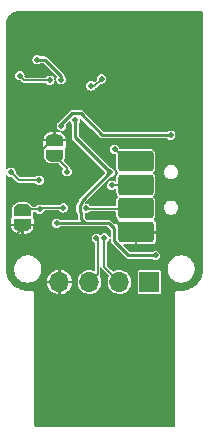
<source format=gbr>
%TF.GenerationSoftware,KiCad,Pcbnew,(5.99.0-7706-gdc1c80beb8)*%
%TF.CreationDate,2020-12-31T13:50:12+03:00*%
%TF.ProjectId,USBtoCANFD,55534274-6f43-4414-9e46-442e6b696361,rev?*%
%TF.SameCoordinates,Original*%
%TF.FileFunction,Copper,L2,Bot*%
%TF.FilePolarity,Positive*%
%FSLAX46Y46*%
G04 Gerber Fmt 4.6, Leading zero omitted, Abs format (unit mm)*
G04 Created by KiCad (PCBNEW (5.99.0-7706-gdc1c80beb8)) date 2020-12-31 13:50:12*
%MOMM*%
%LPD*%
G01*
G04 APERTURE LIST*
G04 Aperture macros list*
%AMRoundRect*
0 Rectangle with rounded corners*
0 $1 Rounding radius*
0 $2 $3 $4 $5 $6 $7 $8 $9 X,Y pos of 4 corners*
0 Add a 4 corners polygon primitive as box body*
4,1,4,$2,$3,$4,$5,$6,$7,$8,$9,$2,$3,0*
0 Add four circle primitives for the rounded corners*
1,1,$1+$1,$2,$3,0*
1,1,$1+$1,$4,$5,0*
1,1,$1+$1,$6,$7,0*
1,1,$1+$1,$8,$9,0*
0 Add four rect primitives between the rounded corners*
20,1,$1+$1,$2,$3,$4,$5,0*
20,1,$1+$1,$4,$5,$6,$7,0*
20,1,$1+$1,$6,$7,$8,$9,0*
20,1,$1+$1,$8,$9,$2,$3,0*%
G04 Aperture macros list end*
%TA.AperFunction,ConnectorPad*%
%ADD10RoundRect,0.250250X1.249750X0.624750X-1.249750X0.624750X-1.249750X-0.624750X1.249750X-0.624750X0*%
%TD*%
%TA.AperFunction,ComponentPad*%
%ADD11R,1.700000X1.700000*%
%TD*%
%TA.AperFunction,ComponentPad*%
%ADD12O,1.700000X1.700000*%
%TD*%
%TA.AperFunction,ViaPad*%
%ADD13C,0.500000*%
%TD*%
%TA.AperFunction,Conductor*%
%ADD14C,0.150000*%
%TD*%
%TA.AperFunction,Conductor*%
%ADD15C,0.250000*%
%TD*%
G04 APERTURE END LIST*
%TA.AperFunction,SMDPad,CuDef*%
%TO.P,JP1,1,1*%
%TO.N,GND*%
G36*
X145025000Y-76099999D02*
G01*
X145025000Y-75600000D01*
X145029967Y-75600000D01*
X145031432Y-75520059D01*
X145073707Y-75384744D01*
X145152263Y-75266734D01*
X145260782Y-75175514D01*
X145390541Y-75118419D01*
X145525001Y-75100836D01*
X145525001Y-75100000D01*
X146025000Y-75100001D01*
X146025000Y-75100837D01*
X146031109Y-75100038D01*
X146171186Y-75121849D01*
X146299511Y-75182097D01*
X146405769Y-75275941D01*
X146481417Y-75395836D01*
X146520374Y-75532143D01*
X146519959Y-75600000D01*
X146525000Y-75600000D01*
X146524999Y-76100000D01*
X145025000Y-76099999D01*
G37*
%TD.AperFunction*%
%TA.AperFunction,SMDPad,CuDef*%
%TO.P,JP1,2,2*%
%TO.N,Net-(U3-Pad44)*%
G36*
X146519959Y-76900000D02*
G01*
X146519508Y-76973905D01*
X146478889Y-77109726D01*
X146401781Y-77228688D01*
X146294384Y-77321226D01*
X146165332Y-77379903D01*
X146024999Y-77400000D01*
X145525000Y-77399999D01*
X145512784Y-77399850D01*
X145372983Y-77376330D01*
X145245404Y-77314518D01*
X145140300Y-77219383D01*
X145066123Y-77098573D01*
X145028834Y-76961800D01*
X145029967Y-76900000D01*
X145025000Y-76900000D01*
X145025001Y-76400000D01*
X146525000Y-76400001D01*
X146525000Y-76900000D01*
X146519959Y-76900000D01*
G37*
%TD.AperFunction*%
%TD*%
%TA.AperFunction,SMDPad,CuDef*%
%TO.P,JP2,1,1*%
%TO.N,GND*%
G36*
X143800000Y-82300001D02*
G01*
X143800000Y-82800000D01*
X143795033Y-82800000D01*
X143793568Y-82879941D01*
X143751293Y-83015256D01*
X143672738Y-83133266D01*
X143564219Y-83224486D01*
X143434459Y-83281581D01*
X143299999Y-83299164D01*
X143299999Y-83300000D01*
X142800000Y-83300000D01*
X142800000Y-83299164D01*
X142793891Y-83299963D01*
X142653814Y-83278152D01*
X142525489Y-83217903D01*
X142419231Y-83124059D01*
X142343583Y-83004164D01*
X142304626Y-82867857D01*
X142305041Y-82800000D01*
X142300000Y-82800000D01*
X142300000Y-82300000D01*
X143800000Y-82300001D01*
G37*
%TD.AperFunction*%
%TA.AperFunction,SMDPad,CuDef*%
%TO.P,JP2,2,2*%
%TO.N,nRST*%
G36*
X142305041Y-81500000D02*
G01*
X142305492Y-81426095D01*
X142346111Y-81290274D01*
X142423218Y-81171312D01*
X142530615Y-81078774D01*
X142659668Y-81020097D01*
X142800001Y-81000000D01*
X143300000Y-81000000D01*
X143312216Y-81000149D01*
X143452017Y-81023669D01*
X143579596Y-81085482D01*
X143684700Y-81180617D01*
X143758877Y-81301427D01*
X143796166Y-81438200D01*
X143795033Y-81500000D01*
X143800000Y-81500000D01*
X143800000Y-82000000D01*
X142300000Y-81999999D01*
X142300000Y-81500000D01*
X142305041Y-81500000D01*
G37*
%TD.AperFunction*%
%TD*%
D10*
%TO.P,J3,1,Pin_1*%
%TO.N,SWD_CLK*%
X152650000Y-77350000D03*
%TO.P,J3,2,Pin_2*%
%TO.N,SWD_IO*%
X152650000Y-79350000D03*
%TO.P,J3,3,Pin_3*%
%TO.N,nRST*%
X152650000Y-81350000D03*
%TO.P,J3,4,Pin_4*%
%TO.N,GND*%
X152650000Y-83350000D03*
%TD*%
D11*
%TO.P,J4,1,Pin_1*%
%TO.N,+5V*%
X153810000Y-87600000D03*
D12*
%TO.P,J4,2,Pin_2*%
%TO.N,USB_D-*%
X151270000Y-87600000D03*
%TO.P,J4,3,Pin_3*%
%TO.N,USB_D+*%
X148730000Y-87600000D03*
%TO.P,J4,4,Pin_4*%
%TO.N,GND*%
X146190000Y-87600000D03*
%TD*%
D13*
%TO.N,GND*%
X150570000Y-80870000D03*
X158000000Y-72500000D03*
X153350000Y-65350000D03*
X154736030Y-81858781D03*
X145700010Y-80670000D03*
X147450000Y-68700000D03*
X147533366Y-80737154D03*
X144660000Y-83180000D03*
X147500000Y-82010000D03*
X156050000Y-65350000D03*
X148990000Y-80610000D03*
X158000000Y-84950000D03*
X158000000Y-75700000D03*
X155450000Y-87850000D03*
X146000000Y-72525000D03*
X143540000Y-75380000D03*
X157150000Y-77700000D03*
X147450000Y-65350000D03*
X144875000Y-82050000D03*
X150233091Y-83225569D03*
X144400000Y-65350000D03*
X150600000Y-65350000D03*
X154200000Y-70800000D03*
X142075000Y-84125000D03*
X144335000Y-67975000D03*
X158000000Y-69100000D03*
X148690000Y-83220000D03*
X150750000Y-70300000D03*
X142625000Y-76900000D03*
X146730000Y-83220000D03*
X145325000Y-78150000D03*
X155400000Y-83100000D03*
X148630000Y-79390000D03*
X147530000Y-78270000D03*
X149710000Y-78290000D03*
X155635000Y-76825000D03*
X150970000Y-85140000D03*
X148710000Y-82050000D03*
X150550000Y-82020000D03*
X157130000Y-81960000D03*
%TO.N,+5V*%
X155600000Y-75175000D03*
X146350000Y-74400000D03*
%TO.N,+3V3*%
X147525000Y-73925000D03*
X154325000Y-85350000D03*
X145950000Y-82625000D03*
X146320000Y-70460000D03*
X144300000Y-68775000D03*
X150500000Y-78325000D03*
%TO.N,USB_D-*%
X150000000Y-83870000D03*
%TO.N,USB_D+*%
X149320403Y-83883199D03*
%TO.N,CAN-*%
X149750000Y-70400000D03*
X148850000Y-71000000D03*
%TO.N,CAN_EN*%
X142825000Y-70125000D03*
X145370000Y-70520000D03*
%TO.N,STATUS_LED*%
X144476492Y-78975010D03*
X142081265Y-78306265D03*
%TO.N,Net-(U3-Pad44)*%
X146825000Y-78250000D03*
%TO.N,nRST*%
X146520000Y-81320000D03*
X144500000Y-81450000D03*
X148420000Y-81370000D03*
%TO.N,SWD_IO*%
X150625000Y-79400000D03*
%TO.N,SWD_CLK*%
X150850000Y-76350000D03*
%TD*%
D14*
%TO.N,GND*%
X144799990Y-76306796D02*
X144799990Y-77624990D01*
X148690000Y-83220000D02*
X150227522Y-83220000D01*
X157130000Y-81960000D02*
X157130000Y-84080000D01*
X145767164Y-80737154D02*
X147533366Y-80737154D01*
X150550000Y-82020000D02*
X148740000Y-82020000D01*
X145506786Y-75600000D02*
X144799990Y-76306796D01*
X158000000Y-67300000D02*
X156050000Y-65350000D01*
X145775000Y-75600000D02*
X145775000Y-72750000D01*
X144799990Y-77624990D02*
X145325000Y-78150000D01*
X145775000Y-75600000D02*
X145506786Y-75600000D01*
X142625000Y-76900000D02*
X142625000Y-76295000D01*
X143875000Y-78150000D02*
X142625000Y-76900000D01*
X158000000Y-75700000D02*
X158000000Y-72500000D01*
D15*
X150550000Y-82020000D02*
X151880000Y-83350000D01*
D14*
X142075000Y-84125000D02*
X143050000Y-83150000D01*
X145325000Y-78150000D02*
X143875000Y-78150000D01*
X148740000Y-82020000D02*
X148710000Y-82050000D01*
X145775000Y-72750000D02*
X146000000Y-72525000D01*
X151250000Y-70800000D02*
X150750000Y-70300000D01*
D15*
X155400000Y-83100000D02*
X155150000Y-83350000D01*
D14*
X154200000Y-70800000D02*
X151250000Y-70800000D01*
D15*
X151880000Y-83350000D02*
X152650000Y-83350000D01*
D14*
X150570000Y-80870000D02*
X149250000Y-80870000D01*
X158000000Y-69100000D02*
X158000000Y-67300000D01*
X148630000Y-79390000D02*
X147533366Y-80486634D01*
X149710000Y-78290000D02*
X147550000Y-78290000D01*
X144875000Y-82050000D02*
X146493002Y-82050000D01*
X146995001Y-81548001D02*
X146995001Y-79820001D01*
X146995001Y-79820001D02*
X145325000Y-78150000D01*
X146493002Y-82050000D02*
X146995001Y-81548001D01*
X157130000Y-81960000D02*
X157130000Y-77720000D01*
D15*
X155150000Y-83350000D02*
X152650000Y-83350000D01*
D14*
X144875000Y-82050000D02*
X144125000Y-82800000D01*
X143050000Y-83150000D02*
X143050000Y-82800000D01*
X145700010Y-80670000D02*
X145767164Y-80737154D01*
X150227522Y-83220000D02*
X150233091Y-83225569D01*
X144700000Y-83220000D02*
X144660000Y-83180000D01*
X149250000Y-80870000D02*
X148990000Y-80610000D01*
X146730000Y-83220000D02*
X144700000Y-83220000D01*
X157130000Y-77720000D02*
X157150000Y-77700000D01*
X147450000Y-65350000D02*
X144400000Y-65350000D01*
X142625000Y-76295000D02*
X143540000Y-75380000D01*
X147550000Y-78290000D02*
X147530000Y-78270000D01*
X157130000Y-84080000D02*
X158000000Y-84950000D01*
X153350000Y-65350000D02*
X150600000Y-65350000D01*
X147533366Y-80486634D02*
X147533366Y-80737154D01*
X144125000Y-82800000D02*
X143050000Y-82800000D01*
D15*
%TO.N,+5V*%
X147275000Y-73325000D02*
X146350000Y-74250000D01*
X146350000Y-74250000D02*
X146350000Y-74400000D01*
X149825000Y-75175000D02*
X147975000Y-73325000D01*
X155600000Y-75175000D02*
X149825000Y-75175000D01*
X147975000Y-73325000D02*
X147275000Y-73325000D01*
%TO.N,+3V3*%
X150800000Y-83050000D02*
X150375000Y-82625000D01*
X148094999Y-80917999D02*
X148094999Y-80730001D01*
X146320000Y-70140000D02*
X146320000Y-70460000D01*
X144955000Y-68775000D02*
X146320000Y-70140000D01*
X144300000Y-68775000D02*
X144955000Y-68775000D01*
X150500000Y-78325000D02*
X147525000Y-75350000D01*
X148375000Y-82625000D02*
X148034999Y-82284999D01*
X147525000Y-75350000D02*
X147525000Y-73925000D01*
X148034999Y-81762001D02*
X147894999Y-81622001D01*
X148094999Y-80730001D02*
X150500000Y-78325000D01*
X154325000Y-85350000D02*
X152032670Y-85350000D01*
X148375000Y-82625000D02*
X145950000Y-82625000D01*
X148034999Y-82284999D02*
X148034999Y-81762001D01*
X147894999Y-81622001D02*
X147894999Y-81117999D01*
X150800000Y-84117330D02*
X150800000Y-83050000D01*
X147894999Y-81117999D02*
X148094999Y-80917999D01*
X150375000Y-82625000D02*
X148375000Y-82625000D01*
X152032670Y-85350000D02*
X150800000Y-84117330D01*
D14*
%TO.N,USB_D-*%
X150000000Y-86330000D02*
X150000000Y-83870000D01*
X151270000Y-87600000D02*
X150000000Y-86330000D01*
%TO.N,USB_D+*%
X149410000Y-86920000D02*
X149410000Y-83972796D01*
X148730000Y-87600000D02*
X149410000Y-86920000D01*
X149410000Y-83972796D02*
X149320403Y-83883199D01*
%TO.N,CAN-*%
X149150000Y-71000000D02*
X149750000Y-70400000D01*
X148850000Y-71000000D02*
X149150000Y-71000000D01*
%TO.N,CAN_EN*%
X143220000Y-70520000D02*
X145370000Y-70520000D01*
X142825000Y-70125000D02*
X143220000Y-70520000D01*
%TO.N,STATUS_LED*%
X142081265Y-78306265D02*
X142750010Y-78975010D01*
X142750010Y-78975010D02*
X144476492Y-78975010D01*
%TO.N,Net-(U3-Pad44)*%
X146825000Y-78250000D02*
X146825000Y-77950000D01*
X146825000Y-77950000D02*
X145775000Y-76900000D01*
%TO.N,nRST*%
X144500000Y-81450000D02*
X144630000Y-81320000D01*
X152594999Y-81405001D02*
X148455001Y-81405001D01*
X143100000Y-81450000D02*
X143050000Y-81500000D01*
X144500000Y-81450000D02*
X143100000Y-81450000D01*
X152650000Y-81350000D02*
X152594999Y-81405001D01*
X148455001Y-81405001D02*
X148420000Y-81370000D01*
X144630000Y-81320000D02*
X146520000Y-81320000D01*
%TO.N,SWD_IO*%
X150675000Y-79350000D02*
X150625000Y-79400000D01*
X152650000Y-79350000D02*
X150675000Y-79350000D01*
%TO.N,SWD_CLK*%
X151850000Y-77350000D02*
X152650000Y-77350000D01*
X150850000Y-76350000D02*
X151850000Y-77350000D01*
%TD*%
%TA.AperFunction,Conductor*%
%TO.N,GND*%
G36*
X158065835Y-64652293D02*
G01*
X158065903Y-64651898D01*
X158070683Y-64652718D01*
X158075316Y-64654155D01*
X158080163Y-64654344D01*
X158122839Y-64656009D01*
X158131516Y-64656862D01*
X158135644Y-64657515D01*
X158146948Y-64660228D01*
X158150640Y-64661427D01*
X158200341Y-64677576D01*
X158220967Y-64688086D01*
X158264161Y-64719468D01*
X158280531Y-64735837D01*
X158311917Y-64779036D01*
X158322425Y-64799661D01*
X158339775Y-64853059D01*
X158342483Y-64864340D01*
X158342923Y-64867116D01*
X158343139Y-64868479D01*
X158343992Y-64877160D01*
X158345845Y-64924684D01*
X158347282Y-64929316D01*
X158348102Y-64934098D01*
X158347707Y-64934166D01*
X158350000Y-64949293D01*
X158350000Y-86451977D01*
X158347118Y-86472427D01*
X158345366Y-86478521D01*
X158343424Y-86585144D01*
X158343249Y-86589023D01*
X158340579Y-86626365D01*
X158338196Y-86659675D01*
X158337632Y-86664926D01*
X158325200Y-86751395D01*
X158309662Y-86859469D01*
X158309661Y-86859473D01*
X158308723Y-86864672D01*
X158296762Y-86919654D01*
X158295455Y-86924773D01*
X158240080Y-87113360D01*
X158238413Y-87118370D01*
X158218757Y-87171073D01*
X158216741Y-87175940D01*
X158163496Y-87292532D01*
X158135074Y-87354767D01*
X158132717Y-87359476D01*
X158105744Y-87408874D01*
X158103076Y-87413369D01*
X158016515Y-87548063D01*
X157996796Y-87578746D01*
X157993783Y-87583085D01*
X157960066Y-87628126D01*
X157956759Y-87632231D01*
X157891287Y-87707791D01*
X157828041Y-87780781D01*
X157824441Y-87784647D01*
X157784643Y-87824445D01*
X157780780Y-87828041D01*
X157632240Y-87956752D01*
X157628147Y-87960050D01*
X157598748Y-87982059D01*
X157583100Y-87993772D01*
X157578763Y-87996784D01*
X157552939Y-88013380D01*
X157413387Y-88103065D01*
X157408853Y-88105755D01*
X157408843Y-88105761D01*
X157359496Y-88132706D01*
X157354773Y-88135070D01*
X157175940Y-88216740D01*
X157171061Y-88218761D01*
X157161077Y-88222485D01*
X157118355Y-88238420D01*
X157113390Y-88240071D01*
X156924781Y-88295453D01*
X156919662Y-88296760D01*
X156864667Y-88308723D01*
X156859469Y-88309661D01*
X156664925Y-88337632D01*
X156659674Y-88338196D01*
X156641600Y-88339489D01*
X156589027Y-88343249D01*
X156585142Y-88343424D01*
X156478521Y-88345366D01*
X156473859Y-88346706D01*
X156473856Y-88346707D01*
X156472427Y-88347118D01*
X156451977Y-88350000D01*
X156128401Y-88350000D01*
X156109582Y-88347522D01*
X156109412Y-88347522D01*
X156100000Y-88345000D01*
X156053719Y-88357401D01*
X156022500Y-88365766D01*
X155965766Y-88422500D01*
X155963246Y-88431906D01*
X155963245Y-88431907D01*
X155953553Y-88468079D01*
X155945000Y-88500000D01*
X155947522Y-88509412D01*
X155947522Y-88509580D01*
X155950000Y-88528401D01*
X155950000Y-99776000D01*
X155932687Y-99823566D01*
X155888850Y-99848876D01*
X155876000Y-99850000D01*
X144124000Y-99850000D01*
X144076434Y-99832687D01*
X144051124Y-99788850D01*
X144050000Y-99776000D01*
X144050000Y-88528401D01*
X144052478Y-88509580D01*
X144052478Y-88509412D01*
X144055000Y-88500000D01*
X144046447Y-88468079D01*
X144036755Y-88431907D01*
X144036754Y-88431906D01*
X144034234Y-88422500D01*
X143977500Y-88365766D01*
X143946281Y-88357401D01*
X143909409Y-88347521D01*
X143909408Y-88347521D01*
X143900000Y-88345000D01*
X143890588Y-88347522D01*
X143890420Y-88347522D01*
X143871599Y-88350000D01*
X143548023Y-88350000D01*
X143527573Y-88347118D01*
X143526144Y-88346707D01*
X143526141Y-88346706D01*
X143521479Y-88345366D01*
X143414856Y-88343424D01*
X143410977Y-88343249D01*
X143351414Y-88338989D01*
X143340325Y-88338196D01*
X143335074Y-88337632D01*
X143237919Y-88323664D01*
X143140521Y-88309660D01*
X143135339Y-88308725D01*
X143080342Y-88296761D01*
X143075227Y-88295455D01*
X142886640Y-88240080D01*
X142881630Y-88238413D01*
X142828938Y-88218761D01*
X142828922Y-88218755D01*
X142824057Y-88216740D01*
X142645231Y-88135073D01*
X142640524Y-88132717D01*
X142591126Y-88105744D01*
X142586631Y-88103076D01*
X142421254Y-87996796D01*
X142416915Y-87993783D01*
X142371874Y-87960066D01*
X142367769Y-87956759D01*
X142219219Y-87828041D01*
X142215353Y-87824441D01*
X142175555Y-87784643D01*
X142171956Y-87780777D01*
X142169020Y-87777389D01*
X142108714Y-87707791D01*
X145145391Y-87707791D01*
X145152029Y-87786840D01*
X145153330Y-87793927D01*
X145208088Y-87984892D01*
X145210739Y-87991588D01*
X145301547Y-88168282D01*
X145305452Y-88174340D01*
X145428847Y-88330027D01*
X145433853Y-88335211D01*
X145585140Y-88463965D01*
X145591059Y-88468079D01*
X145764473Y-88564998D01*
X145771074Y-88567881D01*
X145960008Y-88629269D01*
X145967053Y-88630818D01*
X146077043Y-88643934D01*
X146087400Y-88641505D01*
X146090000Y-88638030D01*
X146090000Y-88632326D01*
X146289999Y-88632326D01*
X146293637Y-88642322D01*
X146297874Y-88644768D01*
X146369588Y-88639250D01*
X146376687Y-88637998D01*
X146568033Y-88584574D01*
X146574741Y-88581972D01*
X146752062Y-88492400D01*
X146758151Y-88488536D01*
X146914696Y-88366230D01*
X146919915Y-88361260D01*
X147049725Y-88210873D01*
X147053873Y-88204993D01*
X147152004Y-88032250D01*
X147154932Y-88025675D01*
X147217640Y-87837168D01*
X147219237Y-87830144D01*
X147234042Y-87712944D01*
X147231686Y-87702573D01*
X147228295Y-87700000D01*
X146303048Y-87700000D01*
X146293052Y-87703638D01*
X146290000Y-87708925D01*
X146289999Y-88632326D01*
X146090000Y-88632326D01*
X146090000Y-87713048D01*
X146086362Y-87703052D01*
X146081075Y-87700000D01*
X145157785Y-87699999D01*
X145147789Y-87703637D01*
X145145391Y-87707791D01*
X142108714Y-87707791D01*
X142043239Y-87632229D01*
X142039950Y-87628147D01*
X142017441Y-87598080D01*
X142006228Y-87583100D01*
X142003216Y-87578763D01*
X141964907Y-87519153D01*
X141896930Y-87413378D01*
X141894240Y-87408845D01*
X141867294Y-87359496D01*
X141864930Y-87354773D01*
X141783260Y-87175940D01*
X141781239Y-87171061D01*
X141777515Y-87161077D01*
X141761580Y-87118355D01*
X141759929Y-87113390D01*
X141704545Y-86924773D01*
X141703240Y-86919662D01*
X141691277Y-86864667D01*
X141690339Y-86859469D01*
X141662368Y-86664925D01*
X141661804Y-86659674D01*
X141658780Y-86617397D01*
X141656868Y-86590659D01*
X142348062Y-86590659D01*
X142348637Y-86594005D01*
X142348637Y-86594006D01*
X142352656Y-86617397D01*
X142383873Y-86799065D01*
X142457063Y-86997456D01*
X142565181Y-87179186D01*
X142567412Y-87181730D01*
X142567415Y-87181734D01*
X142616991Y-87238264D01*
X142704606Y-87338170D01*
X142707265Y-87340267D01*
X142707267Y-87340268D01*
X142764294Y-87385224D01*
X142870670Y-87469084D01*
X143057809Y-87567543D01*
X143061048Y-87568549D01*
X143061051Y-87568550D01*
X143252985Y-87628147D01*
X143259758Y-87630250D01*
X143403861Y-87647305D01*
X143428681Y-87650243D01*
X143428682Y-87650243D01*
X143430853Y-87650500D01*
X143554414Y-87650500D01*
X143556098Y-87650345D01*
X143556104Y-87650345D01*
X143629919Y-87643562D01*
X143710573Y-87636151D01*
X143713831Y-87635232D01*
X143713837Y-87635231D01*
X143910829Y-87579673D01*
X143910831Y-87579672D01*
X143914094Y-87578752D01*
X144100082Y-87487033D01*
X145146121Y-87487033D01*
X145148623Y-87497372D01*
X145152188Y-87500000D01*
X146076952Y-87500000D01*
X146086948Y-87496362D01*
X146090000Y-87491075D01*
X146090001Y-86567845D01*
X146088004Y-86562356D01*
X146290000Y-86562356D01*
X146290000Y-87486952D01*
X146293638Y-87496948D01*
X146298925Y-87500000D01*
X147222147Y-87500001D01*
X147232143Y-87496363D01*
X147234447Y-87492372D01*
X147225261Y-87398686D01*
X147223862Y-87391618D01*
X147166441Y-87201434D01*
X147163697Y-87194776D01*
X147070431Y-87019367D01*
X147066445Y-87013368D01*
X146940883Y-86859414D01*
X146935812Y-86854307D01*
X146782734Y-86727669D01*
X146776768Y-86723645D01*
X146602012Y-86629155D01*
X146595374Y-86626365D01*
X146405596Y-86567619D01*
X146398536Y-86566170D01*
X146302977Y-86556126D01*
X146292657Y-86558699D01*
X146290000Y-86562356D01*
X146088004Y-86562356D01*
X146086363Y-86557849D01*
X146082291Y-86555499D01*
X145995918Y-86563359D01*
X145988841Y-86564709D01*
X145798261Y-86620799D01*
X145791585Y-86623497D01*
X145615524Y-86715539D01*
X145609503Y-86719480D01*
X145454679Y-86843961D01*
X145449526Y-86849006D01*
X145321833Y-87001186D01*
X145317763Y-87007130D01*
X145222054Y-87181223D01*
X145219218Y-87187840D01*
X145159147Y-87377206D01*
X145157651Y-87384245D01*
X145146121Y-87487033D01*
X144100082Y-87487033D01*
X144103747Y-87485226D01*
X144106459Y-87483201D01*
X144106462Y-87483199D01*
X144270459Y-87360736D01*
X144270460Y-87360735D01*
X144273180Y-87358704D01*
X144416720Y-87203424D01*
X144437132Y-87171073D01*
X144527748Y-87027455D01*
X144527749Y-87027453D01*
X144529558Y-87024586D01*
X144535725Y-87009128D01*
X144606658Y-86831334D01*
X144606659Y-86831331D01*
X144607916Y-86828180D01*
X144612343Y-86805927D01*
X144648509Y-86624107D01*
X144648509Y-86624105D01*
X144649170Y-86620783D01*
X144650817Y-86495005D01*
X144651894Y-86412734D01*
X144651894Y-86412729D01*
X144651938Y-86409341D01*
X144616127Y-86200935D01*
X144542937Y-86002544D01*
X144434819Y-85820814D01*
X144432588Y-85818270D01*
X144432585Y-85818266D01*
X144356292Y-85731271D01*
X144295394Y-85661830D01*
X144129330Y-85530916D01*
X143942191Y-85432457D01*
X143938952Y-85431451D01*
X143938949Y-85431450D01*
X143743482Y-85370756D01*
X143743481Y-85370756D01*
X143740242Y-85369750D01*
X143573372Y-85350000D01*
X143571319Y-85349757D01*
X143571318Y-85349757D01*
X143569147Y-85349500D01*
X143445586Y-85349500D01*
X143443902Y-85349655D01*
X143443896Y-85349655D01*
X143377546Y-85355752D01*
X143289427Y-85363849D01*
X143286169Y-85364768D01*
X143286163Y-85364769D01*
X143089171Y-85420327D01*
X143089169Y-85420328D01*
X143085906Y-85421248D01*
X142896253Y-85514774D01*
X142893541Y-85516799D01*
X142893538Y-85516801D01*
X142747973Y-85625500D01*
X142726820Y-85641296D01*
X142705482Y-85664379D01*
X142622093Y-85754589D01*
X142583280Y-85796576D01*
X142470442Y-85975414D01*
X142392084Y-86171820D01*
X142391422Y-86175147D01*
X142391421Y-86175151D01*
X142351491Y-86375893D01*
X142350830Y-86379217D01*
X142349831Y-86455539D01*
X142348135Y-86585119D01*
X142348062Y-86590659D01*
X141656868Y-86590659D01*
X141656751Y-86589027D01*
X141656576Y-86585142D01*
X141654634Y-86478521D01*
X141652882Y-86472427D01*
X141650000Y-86451977D01*
X141650000Y-82907212D01*
X142105192Y-82907212D01*
X142107159Y-82921574D01*
X142108244Y-82926730D01*
X142145750Y-83057961D01*
X142147550Y-83062902D01*
X142169134Y-83111153D01*
X142171615Y-83115784D01*
X142244452Y-83231223D01*
X142247562Y-83235453D01*
X142281826Y-83275713D01*
X142285497Y-83279452D01*
X142387810Y-83369812D01*
X142391991Y-83373005D01*
X142436162Y-83402021D01*
X142440747Y-83404586D01*
X142564303Y-83462596D01*
X142569216Y-83464489D01*
X142619758Y-83479942D01*
X142624871Y-83481115D01*
X142759755Y-83502118D01*
X142764981Y-83502554D01*
X142782356Y-83502766D01*
X142795899Y-83504183D01*
X142796441Y-83504291D01*
X142803640Y-83505000D01*
X142936952Y-83505000D01*
X142946948Y-83501362D01*
X142950000Y-83496075D01*
X142950000Y-83491952D01*
X143149999Y-83491952D01*
X143153637Y-83501948D01*
X143158924Y-83505000D01*
X143296359Y-83505000D01*
X143303565Y-83504290D01*
X143307976Y-83503413D01*
X143320222Y-83504623D01*
X143320128Y-83502428D01*
X143329783Y-83502014D01*
X143458431Y-83485191D01*
X143463572Y-83484143D01*
X143514479Y-83469930D01*
X143519437Y-83468157D01*
X143644370Y-83413186D01*
X143649018Y-83410733D01*
X143693897Y-83382799D01*
X143698137Y-83379721D01*
X143802640Y-83291877D01*
X143806395Y-83288235D01*
X143841632Y-83248823D01*
X143844848Y-83244667D01*
X143920484Y-83131041D01*
X143923075Y-83126476D01*
X143945833Y-83078763D01*
X143947751Y-83073876D01*
X143988454Y-82943592D01*
X143989663Y-82938469D01*
X143993807Y-82912880D01*
X143991814Y-82902432D01*
X143988832Y-82900000D01*
X143163048Y-82900000D01*
X143153052Y-82903638D01*
X143150000Y-82908925D01*
X143149999Y-83491952D01*
X142950000Y-83491952D01*
X142950000Y-82913048D01*
X142946362Y-82903052D01*
X142941075Y-82900000D01*
X142117252Y-82899999D01*
X142107256Y-82903637D01*
X142105192Y-82907212D01*
X141650000Y-82907212D01*
X141650000Y-82303640D01*
X142095000Y-82303640D01*
X142095000Y-82686952D01*
X142098638Y-82696948D01*
X142103925Y-82700000D01*
X143150000Y-82700000D01*
X143991952Y-82700001D01*
X144001948Y-82696363D01*
X144005000Y-82691076D01*
X144005000Y-82625000D01*
X145544500Y-82625000D01*
X145564347Y-82750306D01*
X145566990Y-82755494D01*
X145566991Y-82755496D01*
X145619301Y-82858161D01*
X145619303Y-82858164D01*
X145621944Y-82863347D01*
X145711653Y-82953056D01*
X145716836Y-82955697D01*
X145716839Y-82955699D01*
X145819504Y-83008009D01*
X145819506Y-83008010D01*
X145824694Y-83010653D01*
X145950000Y-83030500D01*
X146075306Y-83010653D01*
X146080494Y-83008010D01*
X146080496Y-83008009D01*
X146183161Y-82955699D01*
X146183164Y-82955697D01*
X146188347Y-82953056D01*
X146219229Y-82922174D01*
X146265105Y-82900782D01*
X146271555Y-82900500D01*
X148342579Y-82900500D01*
X148357016Y-82901922D01*
X148374999Y-82905499D01*
X148382148Y-82904077D01*
X148392983Y-82901922D01*
X148407419Y-82900500D01*
X150230233Y-82900500D01*
X150277799Y-82917813D01*
X150282559Y-82922174D01*
X150502827Y-83142443D01*
X150524219Y-83188320D01*
X150524501Y-83194769D01*
X150524500Y-83708964D01*
X150507187Y-83756530D01*
X150463350Y-83781840D01*
X150413500Y-83773050D01*
X150384565Y-83742559D01*
X150330699Y-83636839D01*
X150330697Y-83636836D01*
X150328056Y-83631653D01*
X150238347Y-83541944D01*
X150233164Y-83539303D01*
X150233161Y-83539301D01*
X150130496Y-83486991D01*
X150130494Y-83486990D01*
X150125306Y-83484347D01*
X150000000Y-83464500D01*
X149874694Y-83484347D01*
X149869506Y-83486990D01*
X149869504Y-83486991D01*
X149766839Y-83539301D01*
X149766836Y-83539303D01*
X149761653Y-83541944D01*
X149705928Y-83597669D01*
X149660052Y-83619061D01*
X149611157Y-83605960D01*
X149601276Y-83597669D01*
X149558750Y-83555143D01*
X149553567Y-83552502D01*
X149553564Y-83552500D01*
X149450899Y-83500190D01*
X149450897Y-83500189D01*
X149445709Y-83497546D01*
X149339662Y-83480749D01*
X149326155Y-83478610D01*
X149320403Y-83477699D01*
X149314651Y-83478610D01*
X149301144Y-83480749D01*
X149195097Y-83497546D01*
X149189909Y-83500189D01*
X149189907Y-83500190D01*
X149087242Y-83552500D01*
X149087239Y-83552502D01*
X149082056Y-83555143D01*
X148992347Y-83644852D01*
X148989706Y-83650035D01*
X148989704Y-83650038D01*
X148959680Y-83708964D01*
X148934750Y-83757893D01*
X148914903Y-83883199D01*
X148934750Y-84008505D01*
X148937393Y-84013693D01*
X148937394Y-84013695D01*
X148989704Y-84116360D01*
X148989706Y-84116363D01*
X148992347Y-84121546D01*
X149082056Y-84211255D01*
X149087242Y-84213897D01*
X149087247Y-84213901D01*
X149144096Y-84242867D01*
X149178618Y-84279887D01*
X149184501Y-84308801D01*
X149184500Y-86590177D01*
X149167187Y-86637743D01*
X149123350Y-86663053D01*
X149084706Y-86659536D01*
X149083857Y-86659220D01*
X149080489Y-86657563D01*
X148883827Y-86606336D01*
X148880088Y-86606140D01*
X148684627Y-86595896D01*
X148684624Y-86595896D01*
X148680882Y-86595700D01*
X148479942Y-86626090D01*
X148476427Y-86627383D01*
X148476424Y-86627384D01*
X148354646Y-86672190D01*
X148289218Y-86696263D01*
X148286031Y-86698239D01*
X148119682Y-86801379D01*
X148119679Y-86801381D01*
X148116499Y-86803353D01*
X147968841Y-86942986D01*
X147966695Y-86946051D01*
X147966694Y-86946052D01*
X147854430Y-87106382D01*
X147852277Y-87109457D01*
X147848420Y-87118370D01*
X147783181Y-87269129D01*
X147771567Y-87295967D01*
X147770802Y-87299629D01*
X147770801Y-87299632D01*
X147752921Y-87385219D01*
X147730008Y-87494897D01*
X147729299Y-87698120D01*
X147769468Y-87897334D01*
X147770932Y-87900784D01*
X147770933Y-87900786D01*
X147818727Y-88013380D01*
X147848874Y-88084403D01*
X147964273Y-88251685D01*
X147966976Y-88254277D01*
X148083720Y-88366230D01*
X148110952Y-88392345D01*
X148114118Y-88394339D01*
X148114121Y-88394341D01*
X148269837Y-88492400D01*
X148282919Y-88500638D01*
X148286428Y-88501957D01*
X148286430Y-88501958D01*
X148424606Y-88553895D01*
X148473149Y-88572141D01*
X148673871Y-88603932D01*
X148677616Y-88603762D01*
X148677618Y-88603762D01*
X148873143Y-88594883D01*
X148876886Y-88594713D01*
X148880516Y-88593794D01*
X148880519Y-88593794D01*
X149070267Y-88545781D01*
X149070271Y-88545779D01*
X149073901Y-88544861D01*
X149134503Y-88515565D01*
X149182421Y-88492400D01*
X149256868Y-88456411D01*
X149418312Y-88332978D01*
X149510018Y-88227483D01*
X149549180Y-88182432D01*
X149549181Y-88182431D01*
X149551639Y-88179603D01*
X149632176Y-88036673D01*
X149649563Y-88005817D01*
X149649564Y-88005815D01*
X149651403Y-88002551D01*
X149665049Y-87960050D01*
X149712383Y-87812618D01*
X149713527Y-87809055D01*
X149735475Y-87607020D01*
X149735500Y-87600000D01*
X149725076Y-87497372D01*
X149715342Y-87401547D01*
X149714963Y-87397816D01*
X149667769Y-87247218D01*
X149655312Y-87207467D01*
X149655311Y-87207464D01*
X149654191Y-87203891D01*
X149652339Y-87200549D01*
X149621821Y-87145495D01*
X149603429Y-87112314D01*
X149595511Y-87062319D01*
X149600546Y-87046348D01*
X149606389Y-87033224D01*
X149611926Y-87023028D01*
X149618200Y-87013368D01*
X149625190Y-87002604D01*
X149626519Y-86994212D01*
X149632005Y-86975691D01*
X149635463Y-86967924D01*
X149635500Y-86967572D01*
X149635500Y-86943334D01*
X149636411Y-86931757D01*
X149638967Y-86915621D01*
X149640184Y-86907937D01*
X149638022Y-86899868D01*
X149635500Y-86880715D01*
X149635500Y-86408850D01*
X149652813Y-86361284D01*
X149696650Y-86335974D01*
X149746500Y-86344764D01*
X149778583Y-86382326D01*
X149781064Y-86388788D01*
X149784364Y-86399927D01*
X149789428Y-86423752D01*
X149794424Y-86430628D01*
X149803641Y-86447604D01*
X149806687Y-86455539D01*
X149806909Y-86455814D01*
X149824047Y-86472952D01*
X149831585Y-86481777D01*
X149845765Y-86501295D01*
X149852498Y-86505182D01*
X149852501Y-86505185D01*
X149853004Y-86505475D01*
X149868329Y-86517234D01*
X150377459Y-87026364D01*
X150398851Y-87072240D01*
X150390993Y-87108902D01*
X150392277Y-87109457D01*
X150323181Y-87269129D01*
X150311567Y-87295967D01*
X150310802Y-87299629D01*
X150310801Y-87299632D01*
X150292921Y-87385219D01*
X150270008Y-87494897D01*
X150269299Y-87698120D01*
X150309468Y-87897334D01*
X150310932Y-87900784D01*
X150310933Y-87900786D01*
X150358727Y-88013380D01*
X150388874Y-88084403D01*
X150504273Y-88251685D01*
X150506976Y-88254277D01*
X150623720Y-88366230D01*
X150650952Y-88392345D01*
X150654118Y-88394339D01*
X150654121Y-88394341D01*
X150809837Y-88492400D01*
X150822919Y-88500638D01*
X150826428Y-88501957D01*
X150826430Y-88501958D01*
X150964606Y-88553895D01*
X151013149Y-88572141D01*
X151213871Y-88603932D01*
X151217616Y-88603762D01*
X151217618Y-88603762D01*
X151413143Y-88594883D01*
X151416886Y-88594713D01*
X151420516Y-88593794D01*
X151420519Y-88593794D01*
X151610267Y-88545781D01*
X151610271Y-88545779D01*
X151613901Y-88544861D01*
X151674503Y-88515565D01*
X151722421Y-88492400D01*
X151796868Y-88456411D01*
X151958312Y-88332978D01*
X152050018Y-88227483D01*
X152089180Y-88182432D01*
X152089181Y-88182431D01*
X152091639Y-88179603D01*
X152172176Y-88036673D01*
X152189563Y-88005817D01*
X152189564Y-88005815D01*
X152191403Y-88002551D01*
X152205049Y-87960050D01*
X152252383Y-87812618D01*
X152253527Y-87809055D01*
X152275475Y-87607020D01*
X152275500Y-87600000D01*
X152265076Y-87497372D01*
X152255342Y-87401547D01*
X152254963Y-87397816D01*
X152207769Y-87247218D01*
X152195312Y-87207467D01*
X152195311Y-87207464D01*
X152194191Y-87203891D01*
X152192339Y-87200549D01*
X152144014Y-87113370D01*
X152095666Y-87026148D01*
X152091628Y-87021436D01*
X152000933Y-86915621D01*
X151963412Y-86871845D01*
X151960452Y-86869549D01*
X151960450Y-86869547D01*
X151806332Y-86750000D01*
X152804500Y-86750000D01*
X152804500Y-88450000D01*
X152805210Y-88453569D01*
X152805210Y-88453570D01*
X152814573Y-88500638D01*
X152816337Y-88509507D01*
X152850045Y-88559955D01*
X152900493Y-88593663D01*
X152907638Y-88595084D01*
X152907640Y-88595085D01*
X152956430Y-88604790D01*
X152956431Y-88604790D01*
X152960000Y-88605500D01*
X154660000Y-88605500D01*
X154663569Y-88604790D01*
X154663570Y-88604790D01*
X154712360Y-88595085D01*
X154712362Y-88595084D01*
X154719507Y-88593663D01*
X154769955Y-88559955D01*
X154803663Y-88509507D01*
X154805428Y-88500638D01*
X154814790Y-88453570D01*
X154814790Y-88453569D01*
X154815500Y-88450000D01*
X154815500Y-86750000D01*
X154807528Y-86709922D01*
X154805085Y-86697640D01*
X154805084Y-86697638D01*
X154803663Y-86690493D01*
X154769955Y-86640045D01*
X154719507Y-86606337D01*
X154712362Y-86604916D01*
X154712360Y-86604915D01*
X154663570Y-86595210D01*
X154663569Y-86595210D01*
X154660000Y-86594500D01*
X152960000Y-86594500D01*
X152956431Y-86595210D01*
X152956430Y-86595210D01*
X152907640Y-86604915D01*
X152907638Y-86604916D01*
X152900493Y-86606337D01*
X152850045Y-86640045D01*
X152816337Y-86690493D01*
X152814916Y-86697638D01*
X152814915Y-86697640D01*
X152812472Y-86709922D01*
X152804500Y-86750000D01*
X151806332Y-86750000D01*
X151805800Y-86749588D01*
X151805796Y-86749585D01*
X151802834Y-86747288D01*
X151769406Y-86730839D01*
X151650213Y-86672189D01*
X151620489Y-86657563D01*
X151423827Y-86606336D01*
X151420088Y-86606140D01*
X151224627Y-86595896D01*
X151224624Y-86595896D01*
X151220882Y-86595700D01*
X151019942Y-86626090D01*
X151016427Y-86627383D01*
X151016424Y-86627384D01*
X150894646Y-86672190D01*
X150829218Y-86696263D01*
X150826031Y-86698239D01*
X150790147Y-86720488D01*
X150740597Y-86730839D01*
X150698826Y-86709922D01*
X150579563Y-86590659D01*
X155348062Y-86590659D01*
X155348637Y-86594005D01*
X155348637Y-86594006D01*
X155352656Y-86617397D01*
X155383873Y-86799065D01*
X155457063Y-86997456D01*
X155565181Y-87179186D01*
X155567412Y-87181730D01*
X155567415Y-87181734D01*
X155616991Y-87238264D01*
X155704606Y-87338170D01*
X155707265Y-87340267D01*
X155707267Y-87340268D01*
X155764294Y-87385224D01*
X155870670Y-87469084D01*
X156057809Y-87567543D01*
X156061048Y-87568549D01*
X156061051Y-87568550D01*
X156252985Y-87628147D01*
X156259758Y-87630250D01*
X156403861Y-87647305D01*
X156428681Y-87650243D01*
X156428682Y-87650243D01*
X156430853Y-87650500D01*
X156554414Y-87650500D01*
X156556098Y-87650345D01*
X156556104Y-87650345D01*
X156629919Y-87643562D01*
X156710573Y-87636151D01*
X156713831Y-87635232D01*
X156713837Y-87635231D01*
X156910829Y-87579673D01*
X156910831Y-87579672D01*
X156914094Y-87578752D01*
X157103747Y-87485226D01*
X157106459Y-87483201D01*
X157106462Y-87483199D01*
X157270459Y-87360736D01*
X157270460Y-87360735D01*
X157273180Y-87358704D01*
X157416720Y-87203424D01*
X157437132Y-87171073D01*
X157527748Y-87027455D01*
X157527749Y-87027453D01*
X157529558Y-87024586D01*
X157535725Y-87009128D01*
X157606658Y-86831334D01*
X157606659Y-86831331D01*
X157607916Y-86828180D01*
X157612343Y-86805927D01*
X157648509Y-86624107D01*
X157648509Y-86624105D01*
X157649170Y-86620783D01*
X157650817Y-86495005D01*
X157651894Y-86412734D01*
X157651894Y-86412729D01*
X157651938Y-86409341D01*
X157616127Y-86200935D01*
X157542937Y-86002544D01*
X157434819Y-85820814D01*
X157432588Y-85818270D01*
X157432585Y-85818266D01*
X157356292Y-85731271D01*
X157295394Y-85661830D01*
X157129330Y-85530916D01*
X156942191Y-85432457D01*
X156938952Y-85431451D01*
X156938949Y-85431450D01*
X156743482Y-85370756D01*
X156743481Y-85370756D01*
X156740242Y-85369750D01*
X156573372Y-85350000D01*
X156571319Y-85349757D01*
X156571318Y-85349757D01*
X156569147Y-85349500D01*
X156445586Y-85349500D01*
X156443902Y-85349655D01*
X156443896Y-85349655D01*
X156377546Y-85355752D01*
X156289427Y-85363849D01*
X156286169Y-85364768D01*
X156286163Y-85364769D01*
X156089171Y-85420327D01*
X156089169Y-85420328D01*
X156085906Y-85421248D01*
X155896253Y-85514774D01*
X155893541Y-85516799D01*
X155893538Y-85516801D01*
X155747973Y-85625500D01*
X155726820Y-85641296D01*
X155705482Y-85664379D01*
X155622093Y-85754589D01*
X155583280Y-85796576D01*
X155470442Y-85975414D01*
X155392084Y-86171820D01*
X155391422Y-86175147D01*
X155391421Y-86175151D01*
X155351491Y-86375893D01*
X155350830Y-86379217D01*
X155349831Y-86455539D01*
X155348135Y-86585119D01*
X155348062Y-86590659D01*
X150579563Y-86590659D01*
X150247174Y-86258270D01*
X150225782Y-86212394D01*
X150225500Y-86205944D01*
X150225500Y-84241555D01*
X150242813Y-84193989D01*
X150247174Y-84189229D01*
X150328056Y-84108347D01*
X150330697Y-84103164D01*
X150330699Y-84103161D01*
X150381623Y-84003215D01*
X150384565Y-83997441D01*
X150421586Y-83962919D01*
X150472135Y-83960269D01*
X150512561Y-83990733D01*
X150524500Y-84031036D01*
X150524500Y-84084910D01*
X150523078Y-84099346D01*
X150519501Y-84117330D01*
X150520923Y-84124479D01*
X150524500Y-84142462D01*
X150524500Y-84142465D01*
X150533555Y-84187984D01*
X150533555Y-84187986D01*
X150538710Y-84213901D01*
X150540852Y-84224672D01*
X150583634Y-84288699D01*
X150601657Y-84315673D01*
X150607718Y-84319723D01*
X150616906Y-84325862D01*
X150628120Y-84335065D01*
X151814937Y-85521883D01*
X151824139Y-85533096D01*
X151834327Y-85548343D01*
X151855634Y-85562580D01*
X151855636Y-85562582D01*
X151894196Y-85588347D01*
X151925327Y-85609148D01*
X151932472Y-85610569D01*
X151932474Y-85610570D01*
X152007526Y-85625499D01*
X152007531Y-85625500D01*
X152007534Y-85625500D01*
X152007542Y-85625501D01*
X152032670Y-85630499D01*
X152050653Y-85626922D01*
X152065090Y-85625500D01*
X154003445Y-85625500D01*
X154051011Y-85642813D01*
X154055771Y-85647174D01*
X154086653Y-85678056D01*
X154091836Y-85680697D01*
X154091839Y-85680699D01*
X154194504Y-85733009D01*
X154194506Y-85733010D01*
X154199694Y-85735653D01*
X154325000Y-85755500D01*
X154450306Y-85735653D01*
X154455494Y-85733010D01*
X154455496Y-85733009D01*
X154558161Y-85680699D01*
X154558164Y-85680697D01*
X154563347Y-85678056D01*
X154653056Y-85588347D01*
X154655697Y-85583164D01*
X154655699Y-85583161D01*
X154708009Y-85480496D01*
X154708010Y-85480494D01*
X154710653Y-85475306D01*
X154728161Y-85364769D01*
X154729589Y-85355752D01*
X154730500Y-85350000D01*
X154710653Y-85224694D01*
X154708009Y-85219504D01*
X154655699Y-85116839D01*
X154655697Y-85116836D01*
X154653056Y-85111653D01*
X154563347Y-85021944D01*
X154558164Y-85019303D01*
X154558161Y-85019301D01*
X154455496Y-84966991D01*
X154455494Y-84966990D01*
X154450306Y-84964347D01*
X154325000Y-84944500D01*
X154199694Y-84964347D01*
X154194506Y-84966990D01*
X154194504Y-84966991D01*
X154091839Y-85019301D01*
X154091836Y-85019303D01*
X154086653Y-85021944D01*
X154055771Y-85052826D01*
X154009895Y-85074218D01*
X154003445Y-85074500D01*
X152177438Y-85074500D01*
X152129872Y-85057187D01*
X152125112Y-85052826D01*
X151623610Y-84551324D01*
X151602218Y-84505449D01*
X151615319Y-84456554D01*
X151656783Y-84427521D01*
X151675936Y-84424999D01*
X152536952Y-84424999D01*
X152546948Y-84421361D01*
X152550000Y-84416074D01*
X152550000Y-84411952D01*
X152749999Y-84411952D01*
X152753637Y-84421948D01*
X152758924Y-84425000D01*
X153930251Y-84425000D01*
X153935729Y-84424591D01*
X154028141Y-84410697D01*
X154038600Y-84407479D01*
X154150648Y-84353674D01*
X154159701Y-84347522D01*
X154250979Y-84263146D01*
X154257818Y-84254610D01*
X154320253Y-84147121D01*
X154324280Y-84136951D01*
X154349047Y-84030098D01*
X154350000Y-84021766D01*
X154350000Y-83463048D01*
X154346362Y-83453052D01*
X154341075Y-83450000D01*
X152763048Y-83449999D01*
X152753052Y-83453637D01*
X152750000Y-83458924D01*
X152749999Y-84411952D01*
X152550000Y-84411952D01*
X152550001Y-83449999D01*
X152550000Y-83449995D01*
X152550001Y-83323999D01*
X152567314Y-83276433D01*
X152611152Y-83251124D01*
X152624001Y-83250000D01*
X154336952Y-83250001D01*
X154346948Y-83246363D01*
X154350000Y-83241076D01*
X154350000Y-82694749D01*
X154349591Y-82689271D01*
X154335697Y-82596859D01*
X154332479Y-82586400D01*
X154278674Y-82474352D01*
X154272522Y-82465299D01*
X154188147Y-82374022D01*
X154185492Y-82371895D01*
X154159195Y-82328643D01*
X154166853Y-82278606D01*
X154179435Y-82261818D01*
X154228009Y-82213244D01*
X154230650Y-82208061D01*
X154230652Y-82208058D01*
X154282997Y-82105324D01*
X154282998Y-82105322D01*
X154285641Y-82100134D01*
X154300500Y-82006319D01*
X154300500Y-81300000D01*
X155019500Y-81300000D01*
X155020133Y-81304808D01*
X155036322Y-81427774D01*
X155040132Y-81456715D01*
X155100622Y-81602750D01*
X155103572Y-81606594D01*
X155103574Y-81606598D01*
X155170594Y-81693940D01*
X155196847Y-81728153D01*
X155200698Y-81731108D01*
X155318402Y-81821426D01*
X155318406Y-81821428D01*
X155322250Y-81824378D01*
X155468285Y-81884868D01*
X155473087Y-81885500D01*
X155473090Y-81885501D01*
X155560770Y-81897044D01*
X155587021Y-81900500D01*
X155662979Y-81900500D01*
X155689230Y-81897044D01*
X155776910Y-81885501D01*
X155776913Y-81885500D01*
X155781715Y-81884868D01*
X155927750Y-81824378D01*
X155931594Y-81821428D01*
X155931598Y-81821426D01*
X156049302Y-81731108D01*
X156053153Y-81728153D01*
X156079406Y-81693940D01*
X156146426Y-81606598D01*
X156146428Y-81606594D01*
X156149378Y-81602750D01*
X156209868Y-81456715D01*
X156213679Y-81427774D01*
X156229867Y-81304808D01*
X156230500Y-81300000D01*
X156218869Y-81211653D01*
X156210501Y-81148090D01*
X156210500Y-81148087D01*
X156209868Y-81143285D01*
X156149378Y-80997250D01*
X156146428Y-80993406D01*
X156146426Y-80993402D01*
X156056108Y-80875698D01*
X156053153Y-80871847D01*
X156020828Y-80847043D01*
X155931598Y-80778574D01*
X155931594Y-80778572D01*
X155927750Y-80775622D01*
X155781715Y-80715132D01*
X155776913Y-80714500D01*
X155776910Y-80714499D01*
X155689230Y-80702956D01*
X155662979Y-80699500D01*
X155587021Y-80699500D01*
X155560770Y-80702956D01*
X155473090Y-80714499D01*
X155473087Y-80714500D01*
X155468285Y-80715132D01*
X155322250Y-80775622D01*
X155318406Y-80778572D01*
X155318402Y-80778574D01*
X155229172Y-80847043D01*
X155196847Y-80871847D01*
X155193892Y-80875698D01*
X155103574Y-80993402D01*
X155103572Y-80993406D01*
X155100622Y-80997250D01*
X155040132Y-81143285D01*
X155039500Y-81148087D01*
X155039499Y-81148090D01*
X155031131Y-81211653D01*
X155019500Y-81300000D01*
X154300500Y-81300000D01*
X154300500Y-80693682D01*
X154285641Y-80599867D01*
X154282996Y-80594676D01*
X154230652Y-80491943D01*
X154230650Y-80491940D01*
X154228009Y-80486757D01*
X154143578Y-80402326D01*
X154122186Y-80356450D01*
X154135287Y-80307555D01*
X154143578Y-80297674D01*
X154223893Y-80217360D01*
X154228009Y-80213244D01*
X154230650Y-80208061D01*
X154230652Y-80208058D01*
X154282997Y-80105324D01*
X154282998Y-80105322D01*
X154285641Y-80100134D01*
X154300500Y-80006319D01*
X154300500Y-78693682D01*
X154285641Y-78599867D01*
X154282996Y-78594676D01*
X154230652Y-78491943D01*
X154230650Y-78491940D01*
X154228009Y-78486757D01*
X154143578Y-78402326D01*
X154122186Y-78356450D01*
X154135287Y-78307555D01*
X154141626Y-78300000D01*
X155019500Y-78300000D01*
X155020133Y-78304808D01*
X155038531Y-78444552D01*
X155040132Y-78456715D01*
X155100622Y-78602750D01*
X155103572Y-78606594D01*
X155103574Y-78606598D01*
X155181390Y-78708009D01*
X155196847Y-78728153D01*
X155200698Y-78731108D01*
X155318402Y-78821426D01*
X155318406Y-78821428D01*
X155322250Y-78824378D01*
X155468285Y-78884868D01*
X155473087Y-78885500D01*
X155473090Y-78885501D01*
X155560770Y-78897044D01*
X155587021Y-78900500D01*
X155662979Y-78900500D01*
X155689230Y-78897044D01*
X155776910Y-78885501D01*
X155776913Y-78885500D01*
X155781715Y-78884868D01*
X155927750Y-78824378D01*
X155931594Y-78821428D01*
X155931598Y-78821426D01*
X156049302Y-78731108D01*
X156053153Y-78728153D01*
X156068610Y-78708009D01*
X156146426Y-78606598D01*
X156146428Y-78606594D01*
X156149378Y-78602750D01*
X156209868Y-78456715D01*
X156211470Y-78444552D01*
X156229867Y-78304808D01*
X156230500Y-78300000D01*
X156229296Y-78290855D01*
X156210501Y-78148090D01*
X156210500Y-78148087D01*
X156209868Y-78143285D01*
X156149378Y-77997250D01*
X156146428Y-77993406D01*
X156146426Y-77993402D01*
X156056108Y-77875698D01*
X156053153Y-77871847D01*
X156013590Y-77841489D01*
X155931598Y-77778574D01*
X155931594Y-77778572D01*
X155927750Y-77775622D01*
X155781715Y-77715132D01*
X155776913Y-77714500D01*
X155776910Y-77714499D01*
X155689230Y-77702956D01*
X155662979Y-77699500D01*
X155587021Y-77699500D01*
X155560770Y-77702956D01*
X155473090Y-77714499D01*
X155473087Y-77714500D01*
X155468285Y-77715132D01*
X155322250Y-77775622D01*
X155318406Y-77778572D01*
X155318402Y-77778574D01*
X155236410Y-77841489D01*
X155196847Y-77871847D01*
X155193892Y-77875698D01*
X155103574Y-77993402D01*
X155103572Y-77993406D01*
X155100622Y-77997250D01*
X155040132Y-78143285D01*
X155039500Y-78148087D01*
X155039499Y-78148090D01*
X155020704Y-78290855D01*
X155019500Y-78300000D01*
X154141626Y-78300000D01*
X154143578Y-78297674D01*
X154223893Y-78217360D01*
X154228009Y-78213244D01*
X154230650Y-78208061D01*
X154230652Y-78208058D01*
X154282997Y-78105324D01*
X154282998Y-78105322D01*
X154285641Y-78100134D01*
X154300500Y-78006319D01*
X154300500Y-76693682D01*
X154285641Y-76599867D01*
X154281869Y-76592463D01*
X154230652Y-76491943D01*
X154230650Y-76491940D01*
X154228009Y-76486757D01*
X154138244Y-76396992D01*
X154133061Y-76394351D01*
X154133058Y-76394349D01*
X154030324Y-76342004D01*
X154030322Y-76342003D01*
X154025134Y-76339360D01*
X153931319Y-76324501D01*
X152650001Y-76324501D01*
X151371591Y-76324500D01*
X151368682Y-76324500D01*
X151327418Y-76331036D01*
X151277731Y-76321378D01*
X151245875Y-76282040D01*
X151242754Y-76269524D01*
X151236564Y-76230443D01*
X151236563Y-76230441D01*
X151235653Y-76224694D01*
X151233009Y-76219504D01*
X151180699Y-76116839D01*
X151180697Y-76116836D01*
X151178056Y-76111653D01*
X151088347Y-76021944D01*
X151083164Y-76019303D01*
X151083161Y-76019301D01*
X150980496Y-75966991D01*
X150980494Y-75966990D01*
X150975306Y-75964347D01*
X150850000Y-75944500D01*
X150724694Y-75964347D01*
X150719506Y-75966990D01*
X150719504Y-75966991D01*
X150616839Y-76019301D01*
X150616836Y-76019303D01*
X150611653Y-76021944D01*
X150521944Y-76111653D01*
X150519303Y-76116836D01*
X150519301Y-76116839D01*
X150466991Y-76219504D01*
X150464347Y-76224694D01*
X150444500Y-76350000D01*
X150464347Y-76475306D01*
X150466990Y-76480494D01*
X150466991Y-76480496D01*
X150519301Y-76583161D01*
X150519303Y-76583164D01*
X150521944Y-76588347D01*
X150611653Y-76678056D01*
X150616836Y-76680697D01*
X150616839Y-76680699D01*
X150719504Y-76733009D01*
X150719506Y-76733010D01*
X150724694Y-76735653D01*
X150850000Y-76755500D01*
X150887515Y-76749558D01*
X150937202Y-76759216D01*
X150951416Y-76770321D01*
X150977826Y-76796731D01*
X150999218Y-76842607D01*
X150999500Y-76849057D01*
X150999500Y-78006318D01*
X151014359Y-78100133D01*
X151017002Y-78105321D01*
X151017003Y-78105323D01*
X151069348Y-78208057D01*
X151069349Y-78208058D01*
X151071991Y-78213243D01*
X151156422Y-78297674D01*
X151177814Y-78343550D01*
X151164713Y-78392445D01*
X151156422Y-78402326D01*
X151071991Y-78486756D01*
X151069350Y-78491939D01*
X151069348Y-78491942D01*
X151018366Y-78592001D01*
X151014359Y-78599866D01*
X150999500Y-78693681D01*
X150999500Y-79029445D01*
X150982187Y-79077011D01*
X150938350Y-79102321D01*
X150888500Y-79093531D01*
X150873174Y-79081771D01*
X150863347Y-79071944D01*
X150858164Y-79069303D01*
X150858161Y-79069301D01*
X150755496Y-79016991D01*
X150755494Y-79016990D01*
X150750306Y-79014347D01*
X150625000Y-78994500D01*
X150499694Y-79014347D01*
X150494506Y-79016990D01*
X150494504Y-79016991D01*
X150391839Y-79069301D01*
X150391836Y-79069303D01*
X150386653Y-79071944D01*
X150296944Y-79161653D01*
X150294303Y-79166836D01*
X150294301Y-79166839D01*
X150268502Y-79217473D01*
X150239347Y-79274694D01*
X150219500Y-79400000D01*
X150239347Y-79525306D01*
X150241990Y-79530494D01*
X150241991Y-79530496D01*
X150294301Y-79633161D01*
X150294303Y-79633164D01*
X150296944Y-79638347D01*
X150386653Y-79728056D01*
X150391836Y-79730697D01*
X150391839Y-79730699D01*
X150494504Y-79783009D01*
X150494506Y-79783010D01*
X150499694Y-79785653D01*
X150625000Y-79805500D01*
X150750306Y-79785653D01*
X150755494Y-79783010D01*
X150755496Y-79783009D01*
X150858161Y-79730699D01*
X150858164Y-79730697D01*
X150863347Y-79728056D01*
X150873174Y-79718229D01*
X150919050Y-79696837D01*
X150967945Y-79709938D01*
X150996979Y-79751402D01*
X150999500Y-79770555D01*
X150999500Y-80006318D01*
X151014359Y-80100133D01*
X151017002Y-80105321D01*
X151017003Y-80105323D01*
X151069348Y-80208057D01*
X151069349Y-80208058D01*
X151071991Y-80213243D01*
X151156422Y-80297674D01*
X151177814Y-80343550D01*
X151164713Y-80392445D01*
X151156422Y-80402326D01*
X151071991Y-80486756D01*
X151069350Y-80491939D01*
X151069348Y-80491942D01*
X151038242Y-80552992D01*
X151014359Y-80599866D01*
X150999500Y-80693681D01*
X150999500Y-81105501D01*
X150982187Y-81153067D01*
X150938350Y-81178377D01*
X150925500Y-81179501D01*
X148817783Y-81179501D01*
X148770217Y-81162188D01*
X148751849Y-81139097D01*
X148750699Y-81136841D01*
X148748056Y-81131653D01*
X148658347Y-81041944D01*
X148653164Y-81039303D01*
X148653161Y-81039301D01*
X148550496Y-80986991D01*
X148550494Y-80986990D01*
X148545306Y-80984347D01*
X148434540Y-80966803D01*
X148390268Y-80942262D01*
X148373539Y-80908149D01*
X148371921Y-80900014D01*
X148370499Y-80885579D01*
X148370499Y-80874768D01*
X148387812Y-80827202D01*
X148392173Y-80822442D01*
X150464125Y-78750491D01*
X150504874Y-78729728D01*
X150524711Y-78726586D01*
X150625306Y-78710653D01*
X150630494Y-78708010D01*
X150630496Y-78708009D01*
X150733161Y-78655699D01*
X150733164Y-78655697D01*
X150738347Y-78653056D01*
X150828056Y-78563347D01*
X150830697Y-78558164D01*
X150830699Y-78558161D01*
X150883009Y-78455496D01*
X150883010Y-78455494D01*
X150885653Y-78450306D01*
X150905500Y-78325000D01*
X150885653Y-78199694D01*
X150879039Y-78186713D01*
X150830699Y-78091839D01*
X150830697Y-78091836D01*
X150828056Y-78086653D01*
X150738347Y-77996944D01*
X150733164Y-77994303D01*
X150733161Y-77994301D01*
X150630496Y-77941991D01*
X150630494Y-77941990D01*
X150625306Y-77939347D01*
X150504874Y-77920272D01*
X150464125Y-77899509D01*
X147822174Y-75257559D01*
X147800782Y-75211683D01*
X147800500Y-75205233D01*
X147800500Y-74246555D01*
X147817813Y-74198989D01*
X147822174Y-74194229D01*
X147853056Y-74163347D01*
X147855697Y-74158164D01*
X147855699Y-74158161D01*
X147908009Y-74055496D01*
X147908010Y-74055494D01*
X147910653Y-74050306D01*
X147930500Y-73925000D01*
X147918160Y-73847092D01*
X147927818Y-73797404D01*
X147967156Y-73765548D01*
X148017768Y-73766431D01*
X148043575Y-73783190D01*
X148893545Y-74633161D01*
X149607267Y-75346883D01*
X149616469Y-75358096D01*
X149626657Y-75373343D01*
X149647964Y-75387580D01*
X149647966Y-75387582D01*
X149686526Y-75413347D01*
X149717657Y-75434148D01*
X149724802Y-75435569D01*
X149724804Y-75435570D01*
X149772443Y-75445046D01*
X149799863Y-75450500D01*
X149799864Y-75450500D01*
X149799870Y-75450501D01*
X149817849Y-75454077D01*
X149817850Y-75454077D01*
X149824999Y-75455499D01*
X149832148Y-75454077D01*
X149842983Y-75451922D01*
X149857419Y-75450500D01*
X155278445Y-75450500D01*
X155326011Y-75467813D01*
X155330771Y-75472174D01*
X155361653Y-75503056D01*
X155366836Y-75505697D01*
X155366839Y-75505699D01*
X155469504Y-75558009D01*
X155469506Y-75558010D01*
X155474694Y-75560653D01*
X155600000Y-75580500D01*
X155725306Y-75560653D01*
X155730494Y-75558010D01*
X155730496Y-75558009D01*
X155833161Y-75505699D01*
X155833164Y-75505697D01*
X155838347Y-75503056D01*
X155928056Y-75413347D01*
X155930697Y-75408164D01*
X155930699Y-75408161D01*
X155983009Y-75305496D01*
X155983010Y-75305494D01*
X155985653Y-75300306D01*
X156005500Y-75175000D01*
X155985653Y-75049694D01*
X155974090Y-75027000D01*
X155930699Y-74941839D01*
X155930697Y-74941836D01*
X155928056Y-74936653D01*
X155838347Y-74846944D01*
X155833164Y-74844303D01*
X155833161Y-74844301D01*
X155730496Y-74791991D01*
X155730494Y-74791990D01*
X155725306Y-74789347D01*
X155600000Y-74769500D01*
X155474694Y-74789347D01*
X155469506Y-74791990D01*
X155469504Y-74791991D01*
X155366839Y-74844301D01*
X155366836Y-74844303D01*
X155361653Y-74846944D01*
X155330771Y-74877826D01*
X155284895Y-74899218D01*
X155278445Y-74899500D01*
X149969768Y-74899500D01*
X149922202Y-74882187D01*
X149917442Y-74877826D01*
X148192735Y-73153120D01*
X148183532Y-73141906D01*
X148177392Y-73132717D01*
X148173343Y-73126657D01*
X148082343Y-73065852D01*
X148067818Y-73062963D01*
X148000144Y-73049501D01*
X148000139Y-73049500D01*
X148000136Y-73049500D01*
X148000128Y-73049499D01*
X147982150Y-73045923D01*
X147982149Y-73045923D01*
X147975000Y-73044501D01*
X147967851Y-73045923D01*
X147957017Y-73048078D01*
X147942580Y-73049500D01*
X147307420Y-73049500D01*
X147292983Y-73048078D01*
X147282149Y-73045923D01*
X147275000Y-73044501D01*
X147267851Y-73045923D01*
X147249872Y-73049499D01*
X147249864Y-73049500D01*
X147249861Y-73049500D01*
X147249856Y-73049501D01*
X147174804Y-73064430D01*
X147174802Y-73064431D01*
X147167657Y-73065852D01*
X147097966Y-73112418D01*
X147097964Y-73112420D01*
X147076657Y-73126657D01*
X147072608Y-73132717D01*
X147066470Y-73141903D01*
X147057267Y-73153117D01*
X146178119Y-74032266D01*
X146166911Y-74041465D01*
X146155886Y-74048831D01*
X146148376Y-74053233D01*
X146116841Y-74069300D01*
X146116838Y-74069302D01*
X146111653Y-74071944D01*
X146021944Y-74161653D01*
X146019303Y-74166836D01*
X146019301Y-74166839D01*
X145966991Y-74269504D01*
X145964347Y-74274694D01*
X145944500Y-74400000D01*
X145964347Y-74525306D01*
X145966990Y-74530494D01*
X145966991Y-74530496D01*
X146019301Y-74633161D01*
X146019303Y-74633164D01*
X146021944Y-74638347D01*
X146111653Y-74728056D01*
X146199257Y-74772692D01*
X146233779Y-74809713D01*
X146235141Y-74835694D01*
X146252558Y-74810958D01*
X146306419Y-74798597D01*
X146350000Y-74805500D01*
X146475306Y-74785653D01*
X146480494Y-74783010D01*
X146480496Y-74783009D01*
X146583161Y-74730699D01*
X146583164Y-74730697D01*
X146588347Y-74728056D01*
X146678056Y-74638347D01*
X146680697Y-74633164D01*
X146680699Y-74633161D01*
X146733009Y-74530496D01*
X146733010Y-74530494D01*
X146735653Y-74525306D01*
X146755500Y-74400000D01*
X146738717Y-74294037D01*
X146748376Y-74244348D01*
X146759480Y-74230135D01*
X147009301Y-73980315D01*
X147055178Y-73958923D01*
X147104072Y-73972024D01*
X147133106Y-74013489D01*
X147134716Y-74021066D01*
X147138435Y-74044551D01*
X147138436Y-74044554D01*
X147139347Y-74050306D01*
X147141990Y-74055494D01*
X147141991Y-74055496D01*
X147194301Y-74158161D01*
X147194303Y-74158164D01*
X147196944Y-74163347D01*
X147227827Y-74194230D01*
X147249219Y-74240106D01*
X147249501Y-74246555D01*
X147249500Y-74783009D01*
X147249500Y-75317580D01*
X147248078Y-75332016D01*
X147244501Y-75350000D01*
X147249500Y-75375132D01*
X147249500Y-75375136D01*
X147265852Y-75457342D01*
X147326657Y-75548343D01*
X147332717Y-75552392D01*
X147341906Y-75558532D01*
X147353120Y-75567735D01*
X150058058Y-78272674D01*
X150079450Y-78318550D01*
X150066349Y-78367445D01*
X150058058Y-78377326D01*
X147923117Y-80512268D01*
X147911904Y-80521470D01*
X147896657Y-80531658D01*
X147882420Y-80552965D01*
X147882417Y-80552968D01*
X147835851Y-80622659D01*
X147828652Y-80658851D01*
X147819499Y-80704864D01*
X147819499Y-80704869D01*
X147814500Y-80730001D01*
X147815922Y-80737150D01*
X147818077Y-80747984D01*
X147819499Y-80762421D01*
X147819499Y-80773231D01*
X147802186Y-80820797D01*
X147797825Y-80825557D01*
X147723117Y-80900266D01*
X147711904Y-80909468D01*
X147696657Y-80919656D01*
X147692608Y-80925716D01*
X147684922Y-80937219D01*
X147682420Y-80940963D01*
X147682417Y-80940966D01*
X147635851Y-81010657D01*
X147614500Y-81117999D01*
X147615922Y-81125148D01*
X147618078Y-81135987D01*
X147619500Y-81150424D01*
X147619499Y-81589581D01*
X147618077Y-81604017D01*
X147614500Y-81622001D01*
X147615922Y-81629150D01*
X147619499Y-81647133D01*
X147619499Y-81647137D01*
X147631139Y-81705653D01*
X147635851Y-81729343D01*
X147696656Y-81820344D01*
X147711905Y-81830533D01*
X147723119Y-81839736D01*
X147737826Y-81854443D01*
X147759218Y-81900319D01*
X147759500Y-81906767D01*
X147759499Y-82094379D01*
X147759499Y-82252579D01*
X147758077Y-82267015D01*
X147754500Y-82284999D01*
X147752602Y-82284621D01*
X147738609Y-82323066D01*
X147694772Y-82348376D01*
X147681922Y-82349500D01*
X146271555Y-82349500D01*
X146223989Y-82332187D01*
X146219229Y-82327826D01*
X146188347Y-82296944D01*
X146183164Y-82294303D01*
X146183161Y-82294301D01*
X146080496Y-82241991D01*
X146080494Y-82241990D01*
X146075306Y-82239347D01*
X145950000Y-82219500D01*
X145824694Y-82239347D01*
X145819506Y-82241990D01*
X145819504Y-82241991D01*
X145716839Y-82294301D01*
X145716836Y-82294303D01*
X145711653Y-82296944D01*
X145621944Y-82386653D01*
X145619303Y-82391836D01*
X145619301Y-82391839D01*
X145581872Y-82465299D01*
X145564347Y-82499694D01*
X145544500Y-82625000D01*
X144005000Y-82625000D01*
X144005000Y-82303641D01*
X144004290Y-82296431D01*
X143990817Y-82228698D01*
X143985347Y-82215493D01*
X143949006Y-82161104D01*
X143948052Y-82160150D01*
X143947321Y-82158581D01*
X143944957Y-82155044D01*
X143945501Y-82154680D01*
X143926660Y-82114274D01*
X143937359Y-82072522D01*
X143936825Y-82072301D01*
X143938375Y-82068559D01*
X143938848Y-82066713D01*
X143939615Y-82065565D01*
X143943663Y-82059507D01*
X143955500Y-82000000D01*
X143955500Y-81749500D01*
X143972813Y-81701934D01*
X144016650Y-81676624D01*
X144029500Y-81675500D01*
X144128445Y-81675500D01*
X144176011Y-81692813D01*
X144180771Y-81697174D01*
X144261653Y-81778056D01*
X144266836Y-81780697D01*
X144266839Y-81780699D01*
X144369504Y-81833009D01*
X144369506Y-81833010D01*
X144374694Y-81835653D01*
X144480741Y-81852450D01*
X144493327Y-81854443D01*
X144500000Y-81855500D01*
X144506674Y-81854443D01*
X144519259Y-81852450D01*
X144625306Y-81835653D01*
X144630494Y-81833010D01*
X144630496Y-81833009D01*
X144733161Y-81780699D01*
X144733164Y-81780697D01*
X144738347Y-81778056D01*
X144828056Y-81688347D01*
X144830698Y-81683161D01*
X144830702Y-81683156D01*
X144880254Y-81585905D01*
X144917274Y-81551383D01*
X144946188Y-81545500D01*
X146148445Y-81545500D01*
X146196011Y-81562813D01*
X146200771Y-81567174D01*
X146281653Y-81648056D01*
X146286836Y-81650697D01*
X146286839Y-81650699D01*
X146389504Y-81703009D01*
X146389506Y-81703010D01*
X146394694Y-81705653D01*
X146520000Y-81725500D01*
X146645306Y-81705653D01*
X146650494Y-81703010D01*
X146650496Y-81703009D01*
X146753161Y-81650699D01*
X146753164Y-81650697D01*
X146758347Y-81648056D01*
X146848056Y-81558347D01*
X146850697Y-81553164D01*
X146850699Y-81553161D01*
X146903009Y-81450496D01*
X146903010Y-81450494D01*
X146905653Y-81445306D01*
X146925500Y-81320000D01*
X146905653Y-81194694D01*
X146903009Y-81189504D01*
X146850699Y-81086839D01*
X146850697Y-81086836D01*
X146848056Y-81081653D01*
X146758347Y-80991944D01*
X146753164Y-80989303D01*
X146753161Y-80989301D01*
X146650496Y-80936991D01*
X146650494Y-80936990D01*
X146645306Y-80934347D01*
X146520000Y-80914500D01*
X146394694Y-80934347D01*
X146389506Y-80936990D01*
X146389504Y-80936991D01*
X146286839Y-80989301D01*
X146286836Y-80989303D01*
X146281653Y-80991944D01*
X146200771Y-81072826D01*
X146154895Y-81094218D01*
X146148445Y-81094500D01*
X144702251Y-81094500D01*
X144668656Y-81086434D01*
X144630501Y-81066993D01*
X144630496Y-81066991D01*
X144625306Y-81064347D01*
X144500000Y-81044500D01*
X144374694Y-81064347D01*
X144369506Y-81066990D01*
X144369504Y-81066991D01*
X144266839Y-81119301D01*
X144266836Y-81119303D01*
X144261653Y-81121944D01*
X144180771Y-81202826D01*
X144134895Y-81224218D01*
X144128445Y-81224500D01*
X143935516Y-81224500D01*
X143887950Y-81207187D01*
X143872454Y-81189219D01*
X143818595Y-81101500D01*
X143818593Y-81101497D01*
X143817215Y-81099253D01*
X143789052Y-81065331D01*
X143683948Y-80970196D01*
X143647398Y-80945542D01*
X143642433Y-80943136D01*
X143564586Y-80905419D01*
X143519819Y-80883729D01*
X143477816Y-80870324D01*
X143338015Y-80846804D01*
X143336592Y-80846676D01*
X143336581Y-80846675D01*
X143315557Y-80844790D01*
X143315545Y-80844789D01*
X143314113Y-80844661D01*
X143312670Y-80844643D01*
X143312662Y-80844643D01*
X143307817Y-80844584D01*
X143301897Y-80844512D01*
X143300000Y-80844500D01*
X142800001Y-80844500D01*
X142798696Y-80844593D01*
X142798694Y-80844593D01*
X142779272Y-80845976D01*
X142779262Y-80845977D01*
X142777957Y-80846070D01*
X142776662Y-80846255D01*
X142776657Y-80846256D01*
X142675659Y-80860720D01*
X142637624Y-80866167D01*
X142595307Y-80878542D01*
X142466254Y-80937219D01*
X142429112Y-80960972D01*
X142427123Y-80962686D01*
X142323706Y-81051794D01*
X142323702Y-81051798D01*
X142321715Y-81053510D01*
X142292731Y-81086735D01*
X142291299Y-81088945D01*
X142291297Y-81088947D01*
X142217485Y-81202826D01*
X142215624Y-81205697D01*
X142197131Y-81245720D01*
X142156512Y-81381541D01*
X142149995Y-81425146D01*
X142149979Y-81427774D01*
X142149741Y-81466810D01*
X142148320Y-81480797D01*
X142144500Y-81500000D01*
X142144500Y-81999999D01*
X142145210Y-82003568D01*
X142145210Y-82003569D01*
X142154915Y-82052359D01*
X142154916Y-82052361D01*
X142156337Y-82059506D01*
X142161152Y-82066712D01*
X142161573Y-82068432D01*
X142163175Y-82072300D01*
X142162580Y-82072547D01*
X142173182Y-82115881D01*
X142154554Y-82154716D01*
X142155043Y-82155043D01*
X142152754Y-82158469D01*
X142151948Y-82160149D01*
X142150994Y-82161103D01*
X142114653Y-82215492D01*
X142109183Y-82228697D01*
X142095710Y-82296430D01*
X142095000Y-82303640D01*
X141650000Y-82303640D01*
X141650000Y-78620055D01*
X141667313Y-78572489D01*
X141711150Y-78547179D01*
X141761000Y-78555969D01*
X141776326Y-78567729D01*
X141842918Y-78634321D01*
X141848101Y-78636962D01*
X141848104Y-78636964D01*
X141950769Y-78689274D01*
X141950771Y-78689275D01*
X141955959Y-78691918D01*
X142081265Y-78711765D01*
X142118780Y-78705823D01*
X142168467Y-78715481D01*
X142182681Y-78726586D01*
X142585505Y-79129410D01*
X142588172Y-79132220D01*
X142614525Y-79161488D01*
X142636785Y-79171399D01*
X142646978Y-79176934D01*
X142667406Y-79190200D01*
X142675088Y-79191417D01*
X142675089Y-79191417D01*
X142675798Y-79191529D01*
X142694319Y-79197015D01*
X142702086Y-79200473D01*
X142702438Y-79200510D01*
X142726676Y-79200510D01*
X142738250Y-79201421D01*
X142762073Y-79205194D01*
X142770142Y-79203032D01*
X142789295Y-79200510D01*
X144104937Y-79200510D01*
X144152503Y-79217823D01*
X144157263Y-79222184D01*
X144238145Y-79303066D01*
X144243328Y-79305707D01*
X144243331Y-79305709D01*
X144345996Y-79358019D01*
X144345998Y-79358020D01*
X144351186Y-79360663D01*
X144476492Y-79380510D01*
X144601798Y-79360663D01*
X144606986Y-79358020D01*
X144606988Y-79358019D01*
X144709653Y-79305709D01*
X144709656Y-79305707D01*
X144714839Y-79303066D01*
X144804548Y-79213357D01*
X144807189Y-79208174D01*
X144807191Y-79208171D01*
X144859501Y-79105506D01*
X144859502Y-79105504D01*
X144862145Y-79100316D01*
X144881992Y-78975010D01*
X144862145Y-78849704D01*
X144811094Y-78749510D01*
X144807191Y-78741849D01*
X144807189Y-78741846D01*
X144804548Y-78736663D01*
X144714839Y-78646954D01*
X144709656Y-78644313D01*
X144709653Y-78644311D01*
X144606988Y-78592001D01*
X144606986Y-78592000D01*
X144601798Y-78589357D01*
X144476492Y-78569510D01*
X144351186Y-78589357D01*
X144345998Y-78592000D01*
X144345996Y-78592001D01*
X144243331Y-78644311D01*
X144243328Y-78644313D01*
X144238145Y-78646954D01*
X144157263Y-78727836D01*
X144111387Y-78749228D01*
X144104937Y-78749510D01*
X142874067Y-78749510D01*
X142826501Y-78732197D01*
X142821741Y-78727836D01*
X142501586Y-78407681D01*
X142480194Y-78361805D01*
X142480823Y-78343782D01*
X142486765Y-78306265D01*
X142466918Y-78180959D01*
X142464274Y-78175769D01*
X142411964Y-78073104D01*
X142411962Y-78073101D01*
X142409321Y-78067918D01*
X142319612Y-77978209D01*
X142314429Y-77975568D01*
X142314426Y-77975566D01*
X142211761Y-77923256D01*
X142211759Y-77923255D01*
X142206571Y-77920612D01*
X142081265Y-77900765D01*
X141955959Y-77920612D01*
X141950771Y-77923255D01*
X141950769Y-77923256D01*
X141848104Y-77975566D01*
X141848101Y-77975568D01*
X141842918Y-77978209D01*
X141776326Y-78044801D01*
X141730450Y-78066193D01*
X141681555Y-78053092D01*
X141652521Y-78011628D01*
X141650000Y-77992475D01*
X141650000Y-75708924D01*
X144820000Y-75708924D01*
X144820000Y-76096359D01*
X144820710Y-76103569D01*
X144834183Y-76171302D01*
X144839653Y-76184507D01*
X144875994Y-76238896D01*
X144876948Y-76239850D01*
X144877679Y-76241419D01*
X144880043Y-76244956D01*
X144879499Y-76245320D01*
X144898340Y-76285726D01*
X144887640Y-76327474D01*
X144888177Y-76327696D01*
X144886620Y-76331455D01*
X144886150Y-76333289D01*
X144885388Y-76334429D01*
X144885386Y-76334434D01*
X144881338Y-76340492D01*
X144869501Y-76400000D01*
X144869500Y-76900000D01*
X144872468Y-76914918D01*
X144873878Y-76930712D01*
X144873360Y-76958950D01*
X144878810Y-77002702D01*
X144916099Y-77139475D01*
X144917142Y-77141886D01*
X144917143Y-77141888D01*
X144923541Y-77156672D01*
X144933608Y-77179937D01*
X144934984Y-77182177D01*
X144934986Y-77182182D01*
X144942429Y-77194304D01*
X145007785Y-77300747D01*
X145035948Y-77334669D01*
X145141052Y-77429804D01*
X145177603Y-77454458D01*
X145305182Y-77516270D01*
X145347184Y-77529675D01*
X145486985Y-77553195D01*
X145488408Y-77553323D01*
X145488419Y-77553324D01*
X145509443Y-77555209D01*
X145509455Y-77555210D01*
X145510887Y-77555338D01*
X145512330Y-77555356D01*
X145512338Y-77555356D01*
X145517183Y-77555415D01*
X145523103Y-77555487D01*
X145525000Y-77555499D01*
X145578815Y-77555499D01*
X146023689Y-77555500D01*
X146024999Y-77555500D01*
X146026304Y-77555407D01*
X146026306Y-77555407D01*
X146029965Y-77555146D01*
X146047043Y-77553930D01*
X146048342Y-77553744D01*
X146065494Y-77551288D01*
X146115034Y-77561684D01*
X146128310Y-77572215D01*
X146482826Y-77926731D01*
X146504218Y-77972607D01*
X146496435Y-78012652D01*
X146454793Y-78094380D01*
X146439347Y-78124694D01*
X146419500Y-78250000D01*
X146439347Y-78375306D01*
X146441990Y-78380494D01*
X146441991Y-78380496D01*
X146494301Y-78483161D01*
X146494303Y-78483164D01*
X146496944Y-78488347D01*
X146586653Y-78578056D01*
X146591836Y-78580697D01*
X146591839Y-78580699D01*
X146694504Y-78633009D01*
X146694506Y-78633010D01*
X146699694Y-78635653D01*
X146783583Y-78648940D01*
X146809570Y-78653056D01*
X146825000Y-78655500D01*
X146840431Y-78653056D01*
X146866417Y-78648940D01*
X146950306Y-78635653D01*
X146955494Y-78633010D01*
X146955496Y-78633009D01*
X147058161Y-78580699D01*
X147058164Y-78580697D01*
X147063347Y-78578056D01*
X147153056Y-78488347D01*
X147155697Y-78483164D01*
X147155699Y-78483161D01*
X147208009Y-78380496D01*
X147208010Y-78380494D01*
X147210653Y-78375306D01*
X147230500Y-78250000D01*
X147210653Y-78124694D01*
X147200783Y-78105323D01*
X147155699Y-78016839D01*
X147155697Y-78016836D01*
X147153056Y-78011653D01*
X147063347Y-77921944D01*
X147064808Y-77920483D01*
X147045534Y-77895374D01*
X147043933Y-77891202D01*
X147040636Y-77880071D01*
X147039707Y-77875698D01*
X147035572Y-77856247D01*
X147030576Y-77849371D01*
X147021358Y-77832393D01*
X147018313Y-77824460D01*
X147018090Y-77824185D01*
X147000956Y-77807051D01*
X146993414Y-77798221D01*
X146983805Y-77784995D01*
X146979235Y-77778705D01*
X146972460Y-77774793D01*
X146971996Y-77774525D01*
X146956671Y-77762766D01*
X146564733Y-77370828D01*
X146543341Y-77324952D01*
X146554963Y-77278252D01*
X146607942Y-77196517D01*
X146607944Y-77196513D01*
X146609376Y-77194304D01*
X146627869Y-77154280D01*
X146668488Y-77018459D01*
X146675005Y-76974854D01*
X146675259Y-76933190D01*
X146676680Y-76919203D01*
X146679790Y-76903568D01*
X146680500Y-76900000D01*
X146680500Y-76400001D01*
X146668663Y-76340494D01*
X146663850Y-76333291D01*
X146663430Y-76331576D01*
X146661825Y-76327700D01*
X146662421Y-76327453D01*
X146651816Y-76284126D01*
X146670445Y-76245284D01*
X146669956Y-76244957D01*
X146672245Y-76241531D01*
X146673051Y-76239851D01*
X146674005Y-76238897D01*
X146710346Y-76184508D01*
X146715816Y-76171303D01*
X146729289Y-76103570D01*
X146729999Y-76096360D01*
X146730000Y-75713048D01*
X146726362Y-75703052D01*
X146721075Y-75700000D01*
X145875002Y-75699999D01*
X145874996Y-75700000D01*
X144833048Y-75699999D01*
X144823052Y-75703637D01*
X144820000Y-75708924D01*
X141650000Y-75708924D01*
X141650000Y-75487120D01*
X144831193Y-75487120D01*
X144833186Y-75497568D01*
X144836168Y-75500000D01*
X145661952Y-75500001D01*
X145671948Y-75496363D01*
X145675000Y-75491076D01*
X145675000Y-75486952D01*
X145874999Y-75486952D01*
X145878637Y-75496948D01*
X145883924Y-75500000D01*
X146707748Y-75500001D01*
X146717744Y-75496363D01*
X146719808Y-75492788D01*
X146717841Y-75478426D01*
X146716756Y-75473270D01*
X146679250Y-75342039D01*
X146677450Y-75337098D01*
X146655866Y-75288847D01*
X146653385Y-75284216D01*
X146580548Y-75168777D01*
X146577438Y-75164547D01*
X146543174Y-75124287D01*
X146539503Y-75120548D01*
X146437186Y-75030185D01*
X146433018Y-75027000D01*
X146388830Y-74997974D01*
X146384252Y-74995413D01*
X146263395Y-74938671D01*
X146227696Y-74902784D01*
X146225337Y-74874982D01*
X146205966Y-74900688D01*
X146154277Y-74911746D01*
X146065245Y-74897883D01*
X146060019Y-74897447D01*
X146042644Y-74897235D01*
X146029101Y-74895818D01*
X146028559Y-74895710D01*
X146021360Y-74895001D01*
X145888048Y-74895001D01*
X145878052Y-74898639D01*
X145875000Y-74903926D01*
X145874999Y-75486952D01*
X145675000Y-75486952D01*
X145675001Y-74908048D01*
X145671363Y-74898052D01*
X145666076Y-74895000D01*
X145528641Y-74895000D01*
X145521435Y-74895710D01*
X145517024Y-74896587D01*
X145504778Y-74895377D01*
X145504872Y-74897572D01*
X145495217Y-74897986D01*
X145366569Y-74914809D01*
X145361427Y-74915857D01*
X145310520Y-74930070D01*
X145305562Y-74931843D01*
X145180630Y-74986814D01*
X145175983Y-74989267D01*
X145131105Y-75017201D01*
X145126864Y-75020279D01*
X145022361Y-75108123D01*
X145018606Y-75111765D01*
X144983368Y-75151176D01*
X144980154Y-75155331D01*
X144904516Y-75268958D01*
X144901925Y-75273523D01*
X144879167Y-75321237D01*
X144877249Y-75326124D01*
X144836546Y-75456408D01*
X144835337Y-75461531D01*
X144831193Y-75487120D01*
X141650000Y-75487120D01*
X141650000Y-71000000D01*
X148444500Y-71000000D01*
X148464347Y-71125306D01*
X148466990Y-71130494D01*
X148466991Y-71130496D01*
X148519301Y-71233161D01*
X148519303Y-71233164D01*
X148521944Y-71238347D01*
X148611653Y-71328056D01*
X148616836Y-71330697D01*
X148616839Y-71330699D01*
X148719504Y-71383009D01*
X148719506Y-71383010D01*
X148724694Y-71385653D01*
X148850000Y-71405500D01*
X148975306Y-71385653D01*
X148980494Y-71383010D01*
X148980496Y-71383009D01*
X149083161Y-71330699D01*
X149083164Y-71330697D01*
X149088347Y-71328056D01*
X149178056Y-71238347D01*
X149179510Y-71239801D01*
X149204627Y-71220534D01*
X149208792Y-71218935D01*
X149219928Y-71215636D01*
X149236146Y-71212189D01*
X149236147Y-71212189D01*
X149243753Y-71210572D01*
X149250631Y-71205575D01*
X149267602Y-71196360D01*
X149275539Y-71193313D01*
X149275814Y-71193091D01*
X149292949Y-71175956D01*
X149301779Y-71168414D01*
X149315005Y-71158805D01*
X149321295Y-71154235D01*
X149325207Y-71147460D01*
X149325475Y-71146996D01*
X149337234Y-71131671D01*
X149648584Y-70820321D01*
X149694460Y-70798929D01*
X149712483Y-70799558D01*
X149750000Y-70805500D01*
X149875306Y-70785653D01*
X149880494Y-70783010D01*
X149880496Y-70783009D01*
X149983161Y-70730699D01*
X149983164Y-70730697D01*
X149988347Y-70728056D01*
X150078056Y-70638347D01*
X150080697Y-70633164D01*
X150080699Y-70633161D01*
X150133009Y-70530496D01*
X150133010Y-70530494D01*
X150135653Y-70525306D01*
X150155500Y-70400000D01*
X150135653Y-70274694D01*
X150126253Y-70256245D01*
X150080699Y-70166839D01*
X150080697Y-70166836D01*
X150078056Y-70161653D01*
X149988347Y-70071944D01*
X149983164Y-70069303D01*
X149983161Y-70069301D01*
X149880496Y-70016991D01*
X149880494Y-70016990D01*
X149875306Y-70014347D01*
X149750000Y-69994500D01*
X149624694Y-70014347D01*
X149619506Y-70016990D01*
X149619504Y-70016991D01*
X149516839Y-70069301D01*
X149516836Y-70069303D01*
X149511653Y-70071944D01*
X149421944Y-70161653D01*
X149419303Y-70166836D01*
X149419301Y-70166839D01*
X149373747Y-70256245D01*
X149364347Y-70274694D01*
X149344500Y-70400000D01*
X149350442Y-70437515D01*
X149340784Y-70487202D01*
X149329679Y-70501416D01*
X149173269Y-70657826D01*
X149127393Y-70679218D01*
X149087348Y-70671435D01*
X148980496Y-70616991D01*
X148980494Y-70616990D01*
X148975306Y-70614347D01*
X148850000Y-70594500D01*
X148724694Y-70614347D01*
X148719506Y-70616990D01*
X148719504Y-70616991D01*
X148616839Y-70669301D01*
X148616836Y-70669303D01*
X148611653Y-70671944D01*
X148521944Y-70761653D01*
X148519303Y-70766836D01*
X148519301Y-70766839D01*
X148466991Y-70869504D01*
X148464347Y-70874694D01*
X148444500Y-71000000D01*
X141650000Y-71000000D01*
X141650000Y-70125000D01*
X142419500Y-70125000D01*
X142420411Y-70130750D01*
X142420411Y-70130752D01*
X142420836Y-70133436D01*
X142439347Y-70250306D01*
X142441990Y-70255494D01*
X142441991Y-70255496D01*
X142494301Y-70358161D01*
X142494303Y-70358164D01*
X142496944Y-70363347D01*
X142586653Y-70453056D01*
X142591836Y-70455697D01*
X142591839Y-70455699D01*
X142694504Y-70508009D01*
X142694506Y-70508010D01*
X142699694Y-70510653D01*
X142825000Y-70530500D01*
X142862515Y-70524558D01*
X142912202Y-70534216D01*
X142926416Y-70545321D01*
X143055495Y-70674400D01*
X143058162Y-70677210D01*
X143084515Y-70706478D01*
X143106775Y-70716389D01*
X143116968Y-70721924D01*
X143137396Y-70735190D01*
X143145790Y-70736519D01*
X143164313Y-70742006D01*
X143172076Y-70745463D01*
X143172428Y-70745500D01*
X143196665Y-70745500D01*
X143208239Y-70746411D01*
X143232062Y-70750184D01*
X143239574Y-70748171D01*
X143239577Y-70748171D01*
X143240133Y-70748022D01*
X143259287Y-70745500D01*
X144998445Y-70745500D01*
X145046011Y-70762813D01*
X145050771Y-70767174D01*
X145131653Y-70848056D01*
X145136836Y-70850697D01*
X145136839Y-70850699D01*
X145239504Y-70903009D01*
X145239506Y-70903010D01*
X145244694Y-70905653D01*
X145370000Y-70925500D01*
X145495306Y-70905653D01*
X145500494Y-70903010D01*
X145500496Y-70903009D01*
X145603161Y-70850699D01*
X145603164Y-70850697D01*
X145608347Y-70848056D01*
X145698056Y-70758347D01*
X145700697Y-70753164D01*
X145700699Y-70753161D01*
X145753009Y-70650496D01*
X145753010Y-70650494D01*
X145755653Y-70645306D01*
X145775500Y-70520000D01*
X145774881Y-70516093D01*
X145780998Y-70499288D01*
X145771874Y-70488414D01*
X145768322Y-70474681D01*
X145756564Y-70400448D01*
X145755653Y-70394694D01*
X145753009Y-70389504D01*
X145700699Y-70286839D01*
X145700697Y-70286836D01*
X145698056Y-70281653D01*
X145608347Y-70191944D01*
X145603164Y-70189303D01*
X145603161Y-70189301D01*
X145500496Y-70136991D01*
X145500494Y-70136990D01*
X145495306Y-70134347D01*
X145370000Y-70114500D01*
X145244694Y-70134347D01*
X145239506Y-70136990D01*
X145239504Y-70136991D01*
X145136839Y-70189301D01*
X145136836Y-70189303D01*
X145131653Y-70191944D01*
X145050771Y-70272826D01*
X145004895Y-70294218D01*
X144998445Y-70294500D01*
X143344057Y-70294500D01*
X143296491Y-70277187D01*
X143291731Y-70272826D01*
X143245321Y-70226416D01*
X143223929Y-70180540D01*
X143224558Y-70162517D01*
X143230500Y-70125000D01*
X143210653Y-69999694D01*
X143208007Y-69994500D01*
X143155699Y-69891839D01*
X143155697Y-69891836D01*
X143153056Y-69886653D01*
X143063347Y-69796944D01*
X143058164Y-69794303D01*
X143058161Y-69794301D01*
X142955496Y-69741991D01*
X142955494Y-69741990D01*
X142950306Y-69739347D01*
X142825000Y-69719500D01*
X142699694Y-69739347D01*
X142694506Y-69741990D01*
X142694504Y-69741991D01*
X142591839Y-69794301D01*
X142591836Y-69794303D01*
X142586653Y-69796944D01*
X142496944Y-69886653D01*
X142494303Y-69891836D01*
X142494301Y-69891839D01*
X142441993Y-69994500D01*
X142439347Y-69999694D01*
X142419500Y-70125000D01*
X141650000Y-70125000D01*
X141650000Y-68775000D01*
X143894500Y-68775000D01*
X143914347Y-68900306D01*
X143916990Y-68905494D01*
X143916991Y-68905496D01*
X143969301Y-69008161D01*
X143969303Y-69008164D01*
X143971944Y-69013347D01*
X144061653Y-69103056D01*
X144066836Y-69105697D01*
X144066839Y-69105699D01*
X144169504Y-69158009D01*
X144169506Y-69158010D01*
X144174694Y-69160653D01*
X144300000Y-69180500D01*
X144425306Y-69160653D01*
X144430494Y-69158010D01*
X144430496Y-69158009D01*
X144533161Y-69105699D01*
X144533164Y-69105697D01*
X144538347Y-69103056D01*
X144569229Y-69072174D01*
X144615105Y-69050782D01*
X144621555Y-69050500D01*
X144810233Y-69050500D01*
X144857799Y-69067813D01*
X144862559Y-69072174D01*
X145960709Y-70170324D01*
X145982101Y-70216200D01*
X145974318Y-70256245D01*
X145936991Y-70329504D01*
X145934347Y-70334694D01*
X145914500Y-70460000D01*
X145915119Y-70463907D01*
X145909002Y-70480712D01*
X145918126Y-70491586D01*
X145921678Y-70505319D01*
X145934347Y-70585306D01*
X145936990Y-70590494D01*
X145936991Y-70590496D01*
X145989301Y-70693161D01*
X145989303Y-70693164D01*
X145991944Y-70698347D01*
X146081653Y-70788056D01*
X146086836Y-70790697D01*
X146086839Y-70790699D01*
X146189504Y-70843009D01*
X146189506Y-70843010D01*
X146194694Y-70845653D01*
X146320000Y-70865500D01*
X146445306Y-70845653D01*
X146450494Y-70843010D01*
X146450496Y-70843009D01*
X146553161Y-70790699D01*
X146553164Y-70790697D01*
X146558347Y-70788056D01*
X146648056Y-70698347D01*
X146650697Y-70693164D01*
X146650699Y-70693161D01*
X146703009Y-70590496D01*
X146703010Y-70590494D01*
X146705653Y-70585306D01*
X146725500Y-70460000D01*
X146705653Y-70334694D01*
X146703009Y-70329504D01*
X146650699Y-70226839D01*
X146650697Y-70226836D01*
X146648056Y-70221653D01*
X146620751Y-70194348D01*
X146599359Y-70148472D01*
X146599261Y-70146225D01*
X146600499Y-70140000D01*
X146595500Y-70114867D01*
X146595500Y-70114863D01*
X146579148Y-70032657D01*
X146532582Y-69962966D01*
X146532580Y-69962964D01*
X146518343Y-69941657D01*
X146503096Y-69931469D01*
X146491883Y-69922267D01*
X145172735Y-68603120D01*
X145163532Y-68591906D01*
X145157392Y-68582717D01*
X145153343Y-68576657D01*
X145062343Y-68515852D01*
X145047818Y-68512963D01*
X144980144Y-68499501D01*
X144980139Y-68499500D01*
X144980136Y-68499500D01*
X144980128Y-68499499D01*
X144962150Y-68495923D01*
X144962149Y-68495923D01*
X144955000Y-68494501D01*
X144947851Y-68495923D01*
X144937017Y-68498078D01*
X144922580Y-68499500D01*
X144621555Y-68499500D01*
X144573989Y-68482187D01*
X144569229Y-68477826D01*
X144538347Y-68446944D01*
X144533164Y-68444303D01*
X144533161Y-68444301D01*
X144430496Y-68391991D01*
X144430494Y-68391990D01*
X144425306Y-68389347D01*
X144300000Y-68369500D01*
X144174694Y-68389347D01*
X144169506Y-68391990D01*
X144169504Y-68391991D01*
X144066839Y-68444301D01*
X144066836Y-68444303D01*
X144061653Y-68446944D01*
X143971944Y-68536653D01*
X143969303Y-68541836D01*
X143969301Y-68541839D01*
X143916991Y-68644504D01*
X143914347Y-68649694D01*
X143894500Y-68775000D01*
X141650000Y-68775000D01*
X141650000Y-65823193D01*
X141652944Y-65802530D01*
X141653213Y-65801606D01*
X141653214Y-65801601D01*
X141654569Y-65796941D01*
X141656410Y-65710122D01*
X141656673Y-65705275D01*
X141660586Y-65660550D01*
X141661427Y-65654154D01*
X141662430Y-65648469D01*
X141687253Y-65507695D01*
X141688651Y-65501393D01*
X141697393Y-65468768D01*
X141699334Y-65462612D01*
X141750192Y-65322878D01*
X141752658Y-65316924D01*
X141766940Y-65286296D01*
X141769920Y-65280572D01*
X141825917Y-65183581D01*
X141844281Y-65151773D01*
X141847735Y-65146352D01*
X141867124Y-65118663D01*
X141871037Y-65113563D01*
X141966637Y-64999632D01*
X141970997Y-64994874D01*
X141994882Y-64970989D01*
X141999628Y-64966640D01*
X142113558Y-64871041D01*
X142118675Y-64867116D01*
X142146341Y-64847743D01*
X142151781Y-64844277D01*
X142280570Y-64769920D01*
X142286293Y-64766941D01*
X142316918Y-64752661D01*
X142322882Y-64750191D01*
X142462612Y-64699334D01*
X142468768Y-64697393D01*
X142501393Y-64688651D01*
X142507695Y-64687253D01*
X142584412Y-64673725D01*
X142654162Y-64661426D01*
X142660550Y-64660586D01*
X142705275Y-64656673D01*
X142710122Y-64656410D01*
X142784318Y-64654837D01*
X142792086Y-64654672D01*
X142796941Y-64654569D01*
X142801601Y-64653214D01*
X142801606Y-64653213D01*
X142802530Y-64652944D01*
X142823193Y-64650000D01*
X158050707Y-64650000D01*
X158065835Y-64652293D01*
G37*
%TD.AperFunction*%
%TA.AperFunction,Conductor*%
G36*
X150973066Y-81647814D02*
G01*
X150998376Y-81691651D01*
X150999500Y-81704501D01*
X150999500Y-82006318D01*
X151014359Y-82100133D01*
X151017002Y-82105321D01*
X151017003Y-82105323D01*
X151069348Y-82208057D01*
X151069349Y-82208058D01*
X151071991Y-82213243D01*
X151122734Y-82263986D01*
X151144126Y-82309862D01*
X151131025Y-82358757D01*
X151120639Y-82370653D01*
X151049017Y-82436857D01*
X151042182Y-82445390D01*
X150979747Y-82552879D01*
X150975720Y-82563049D01*
X150954452Y-82654805D01*
X150926846Y-82697234D01*
X150878425Y-82711991D01*
X150830038Y-82690423D01*
X150592735Y-82453120D01*
X150583532Y-82441906D01*
X150577392Y-82432717D01*
X150573343Y-82426657D01*
X150482343Y-82365852D01*
X150456141Y-82360640D01*
X150400144Y-82349501D01*
X150400139Y-82349500D01*
X150400136Y-82349500D01*
X150400128Y-82349499D01*
X150382150Y-82345923D01*
X150382149Y-82345923D01*
X150375000Y-82344501D01*
X150367851Y-82345923D01*
X150357017Y-82348078D01*
X150342580Y-82349500D01*
X148519768Y-82349500D01*
X148472202Y-82332187D01*
X148467442Y-82327826D01*
X148332173Y-82192558D01*
X148310781Y-82146682D01*
X148310499Y-82140232D01*
X148310499Y-81844800D01*
X148327812Y-81797234D01*
X148371649Y-81771924D01*
X148396074Y-81771711D01*
X148414247Y-81774589D01*
X148414248Y-81774589D01*
X148420000Y-81775500D01*
X148545306Y-81755653D01*
X148550494Y-81753010D01*
X148550496Y-81753009D01*
X148653161Y-81700699D01*
X148653164Y-81700697D01*
X148658347Y-81698056D01*
X148704228Y-81652175D01*
X148750104Y-81630783D01*
X148756554Y-81630501D01*
X150925500Y-81630501D01*
X150973066Y-81647814D01*
G37*
%TD.AperFunction*%
%TD*%
M02*

</source>
